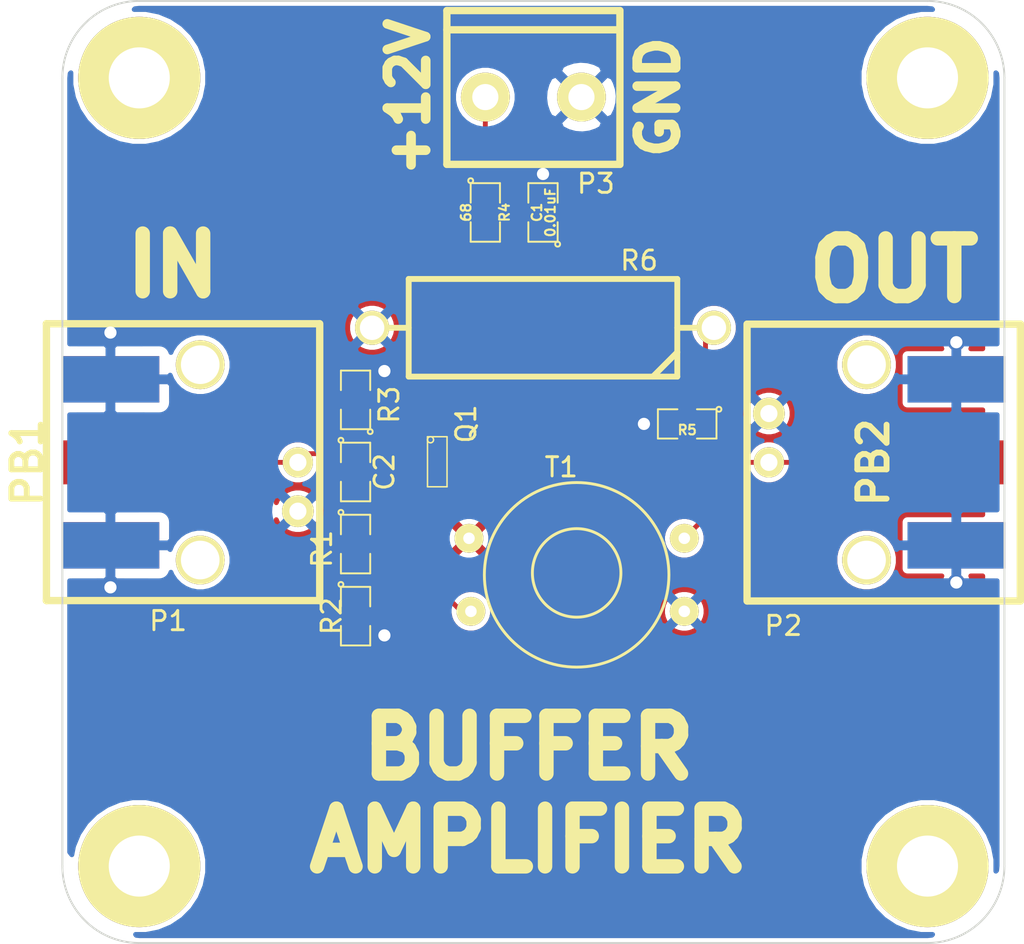
<source format=kicad_pcb>
(kicad_pcb (version 20171130) (host pcbnew "(5.1.10)-1")

  (general
    (thickness 1.6)
    (drawings 13)
    (tracks 44)
    (zones 0)
    (modules 19)
    (nets 9)
  )

  (page A3)
  (layers
    (0 F.Cu signal)
    (31 B.Cu signal)
    (32 B.Adhes user)
    (33 F.Adhes user)
    (34 B.Paste user)
    (35 F.Paste user)
    (36 B.SilkS user)
    (37 F.SilkS user)
    (38 B.Mask user)
    (39 F.Mask user)
    (40 Dwgs.User user)
    (41 Cmts.User user)
    (42 Eco1.User user)
    (43 Eco2.User user)
    (44 Edge.Cuts user)
  )

  (setup
    (last_trace_width 0.254)
    (trace_clearance 0.254)
    (zone_clearance 0.2032)
    (zone_45_only no)
    (trace_min 0.254)
    (via_size 0.889)
    (via_drill 0.635)
    (via_min_size 0.889)
    (via_min_drill 0.508)
    (uvia_size 0.508)
    (uvia_drill 0.127)
    (uvias_allowed no)
    (uvia_min_size 0.508)
    (uvia_min_drill 0.127)
    (edge_width 0.1)
    (segment_width 0.2)
    (pcb_text_width 0.3)
    (pcb_text_size 1.5 1.5)
    (mod_edge_width 0.15)
    (mod_text_size 1 1)
    (mod_text_width 0.15)
    (pad_size 1.5 1.5)
    (pad_drill 0.6)
    (pad_to_mask_clearance 0)
    (aux_axis_origin 0 0)
    (visible_elements 7FFFFFFF)
    (pcbplotparams
      (layerselection 0x00030_ffffffff)
      (usegerberextensions true)
      (usegerberattributes true)
      (usegerberadvancedattributes true)
      (creategerberjobfile true)
      (excludeedgelayer true)
      (linewidth 0.150000)
      (plotframeref false)
      (viasonmask false)
      (mode 1)
      (useauxorigin false)
      (hpglpennumber 1)
      (hpglpenspeed 20)
      (hpglpendiameter 15.000000)
      (psnegative false)
      (psa4output false)
      (plotreference true)
      (plotvalue true)
      (plotinvisibletext false)
      (padsonsilk false)
      (subtractmaskfromsilk false)
      (outputformat 1)
      (mirror false)
      (drillshape 1)
      (scaleselection 1)
      (outputdirectory ""))
  )

  (net 0 "")
  (net 1 /+12V)
  (net 2 /+BUF)
  (net 3 /GND)
  (net 4 /IN)
  (net 5 /OUT)
  (net 6 /VB)
  (net 7 /VC)
  (net 8 N-000001)

  (net_class Default "This is the default net class."
    (clearance 0.254)
    (trace_width 0.254)
    (via_dia 0.889)
    (via_drill 0.635)
    (uvia_dia 0.508)
    (uvia_drill 0.127)
    (add_net /+12V)
    (add_net /+BUF)
    (add_net /GND)
    (add_net /IN)
    (add_net /OUT)
    (add_net /VB)
    (add_net /VC)
    (add_net N-000001)
  )

  (module TB2-5MM (layer F.Cu) (tedit 51ADFD40) (tstamp 51ADF128)
    (at 22 5)
    (path /51AC8CBC)
    (fp_text reference P3 (at 5.75 4.5) (layer F.SilkS)
      (effects (font (size 1 1) (thickness 0.15)))
    )
    (fp_text value CONN_2 (at 2 5) (layer F.SilkS) hide
      (effects (font (size 1.524 1.524) (thickness 0.3048)))
    )
    (fp_line (start -2 -4.5) (end 7 -4.5) (layer F.SilkS) (width 0.381))
    (fp_line (start -2 -3.5) (end 7 -3.5) (layer F.SilkS) (width 0.381))
    (fp_line (start -2 3.5) (end 7 3.5) (layer F.SilkS) (width 0.381))
    (fp_line (start 7 -4.5) (end 7 3.5) (layer F.SilkS) (width 0.381))
    (fp_line (start -2 -4.5) (end -2 3.5) (layer F.SilkS) (width 0.381))
    (pad 1 thru_hole circle (at 0 0) (size 2.54 2.54) (drill 1.3589) (layers *.Cu *.Mask F.SilkS)
      (net 1 /+12V))
    (pad 2 thru_hole circle (at 5 0) (size 2.54 2.54) (drill 1.3589) (layers *.Cu *.Mask F.SilkS)
      (net 3 /GND))
  )

  (module SM0805 (layer F.Cu) (tedit 51ADEDE2) (tstamp 51ADF135)
    (at 22 11 270)
    (path /51AC8CE1)
    (attr smd)
    (fp_text reference R4 (at 0 -1 270) (layer F.SilkS)
      (effects (font (size 0.50038 0.50038) (thickness 0.10922)))
    )
    (fp_text value 68 (at 0 1 270) (layer F.SilkS)
      (effects (font (size 0.50038 0.50038) (thickness 0.10922)))
    )
    (fp_line (start 1.524 0.762) (end 0.508 0.762) (layer F.SilkS) (width 0.09906))
    (fp_line (start 1.524 -0.762) (end 1.524 0.762) (layer F.SilkS) (width 0.09906))
    (fp_line (start 0.508 -0.762) (end 1.524 -0.762) (layer F.SilkS) (width 0.09906))
    (fp_line (start -1.524 -0.762) (end -0.508 -0.762) (layer F.SilkS) (width 0.09906))
    (fp_line (start -1.524 0.762) (end -1.524 -0.762) (layer F.SilkS) (width 0.09906))
    (fp_line (start -0.508 0.762) (end -1.524 0.762) (layer F.SilkS) (width 0.09906))
    (fp_circle (center -1.651 0.762) (end -1.651 0.635) (layer F.SilkS) (width 0.09906))
    (pad 1 smd rect (at -0.9525 0 270) (size 0.889 1.397) (layers F.Cu F.Paste F.Mask)
      (net 1 /+12V))
    (pad 2 smd rect (at 0.9525 0 270) (size 0.889 1.397) (layers F.Cu F.Paste F.Mask)
      (net 2 /+BUF))
    (model smd/chip_cms.wrl
      (at (xyz 0 0 0))
      (scale (xyz 0.1 0.1 0.1))
      (rotate (xyz 0 0 0))
    )
  )

  (module SM0805 (layer F.Cu) (tedit 5091495C) (tstamp 51ADF142)
    (at 25 11 90)
    (path /51AC8CF0)
    (attr smd)
    (fp_text reference C1 (at 0 -0.3175 90) (layer F.SilkS)
      (effects (font (size 0.50038 0.50038) (thickness 0.10922)))
    )
    (fp_text value 0.01uF (at 0 0.381 90) (layer F.SilkS)
      (effects (font (size 0.50038 0.50038) (thickness 0.10922)))
    )
    (fp_line (start 1.524 0.762) (end 0.508 0.762) (layer F.SilkS) (width 0.09906))
    (fp_line (start 1.524 -0.762) (end 1.524 0.762) (layer F.SilkS) (width 0.09906))
    (fp_line (start 0.508 -0.762) (end 1.524 -0.762) (layer F.SilkS) (width 0.09906))
    (fp_line (start -1.524 -0.762) (end -0.508 -0.762) (layer F.SilkS) (width 0.09906))
    (fp_line (start -1.524 0.762) (end -1.524 -0.762) (layer F.SilkS) (width 0.09906))
    (fp_line (start -0.508 0.762) (end -1.524 0.762) (layer F.SilkS) (width 0.09906))
    (fp_circle (center -1.651 0.762) (end -1.651 0.635) (layer F.SilkS) (width 0.09906))
    (pad 1 smd rect (at -0.9525 0 90) (size 0.889 1.397) (layers F.Cu F.Paste F.Mask)
      (net 2 /+BUF))
    (pad 2 smd rect (at 0.9525 0 90) (size 0.889 1.397) (layers F.Cu F.Paste F.Mask)
      (net 3 /GND))
    (model smd/chip_cms.wrl
      (at (xyz 0 0 0))
      (scale (xyz 0.1 0.1 0.1))
      (rotate (xyz 0 0 0))
    )
  )

  (module SM0805 (layer F.Cu) (tedit 51ADF71F) (tstamp 51ADF14F)
    (at 15.25 28.25 270)
    (path /51AC8CFF)
    (attr smd)
    (fp_text reference R1 (at 0.25 1.75 270) (layer F.SilkS)
      (effects (font (size 1 1) (thickness 0.15)))
    )
    (fp_text value 22K (at 0 1 270) (layer F.SilkS) hide
      (effects (font (size 0.50038 0.50038) (thickness 0.10922)))
    )
    (fp_line (start 1.524 0.762) (end 0.508 0.762) (layer F.SilkS) (width 0.09906))
    (fp_line (start 1.524 -0.762) (end 1.524 0.762) (layer F.SilkS) (width 0.09906))
    (fp_line (start 0.508 -0.762) (end 1.524 -0.762) (layer F.SilkS) (width 0.09906))
    (fp_line (start -1.524 -0.762) (end -0.508 -0.762) (layer F.SilkS) (width 0.09906))
    (fp_line (start -1.524 0.762) (end -1.524 -0.762) (layer F.SilkS) (width 0.09906))
    (fp_line (start -0.508 0.762) (end -1.524 0.762) (layer F.SilkS) (width 0.09906))
    (fp_circle (center -1.651 0.762) (end -1.651 0.635) (layer F.SilkS) (width 0.09906))
    (pad 1 smd rect (at -0.9525 0 270) (size 0.889 1.397) (layers F.Cu F.Paste F.Mask)
      (net 2 /+BUF))
    (pad 2 smd rect (at 0.9525 0 270) (size 0.889 1.397) (layers F.Cu F.Paste F.Mask)
      (net 6 /VB))
    (model smd/chip_cms.wrl
      (at (xyz 0 0 0))
      (scale (xyz 0.1 0.1 0.1))
      (rotate (xyz 0 0 0))
    )
  )

  (module SM0805 (layer F.Cu) (tedit 51ADF71B) (tstamp 51ADF15C)
    (at 15.25 32 270)
    (path /51AC8D0E)
    (attr smd)
    (fp_text reference R2 (at 0 1.25 270) (layer F.SilkS)
      (effects (font (size 1 1) (thickness 0.15)))
    )
    (fp_text value R (at 0 0.381 270) (layer F.SilkS) hide
      (effects (font (size 0.50038 0.50038) (thickness 0.10922)))
    )
    (fp_line (start 1.524 0.762) (end 0.508 0.762) (layer F.SilkS) (width 0.09906))
    (fp_line (start 1.524 -0.762) (end 1.524 0.762) (layer F.SilkS) (width 0.09906))
    (fp_line (start 0.508 -0.762) (end 1.524 -0.762) (layer F.SilkS) (width 0.09906))
    (fp_line (start -1.524 -0.762) (end -0.508 -0.762) (layer F.SilkS) (width 0.09906))
    (fp_line (start -1.524 0.762) (end -1.524 -0.762) (layer F.SilkS) (width 0.09906))
    (fp_line (start -0.508 0.762) (end -1.524 0.762) (layer F.SilkS) (width 0.09906))
    (fp_circle (center -1.651 0.762) (end -1.651 0.635) (layer F.SilkS) (width 0.09906))
    (pad 1 smd rect (at -0.9525 0 270) (size 0.889 1.397) (layers F.Cu F.Paste F.Mask)
      (net 6 /VB))
    (pad 2 smd rect (at 0.9525 0 270) (size 0.889 1.397) (layers F.Cu F.Paste F.Mask)
      (net 3 /GND))
    (model smd/chip_cms.wrl
      (at (xyz 0 0 0))
      (scale (xyz 0.1 0.1 0.1))
      (rotate (xyz 0 0 0))
    )
  )

  (module SM0805 (layer F.Cu) (tedit 51ADF723) (tstamp 51ADF169)
    (at 15.25 20.75 90)
    (path /51AC8D2C)
    (attr smd)
    (fp_text reference R3 (at -0.25 1.75 90) (layer F.SilkS)
      (effects (font (size 1 1) (thickness 0.15)))
    )
    (fp_text value 180 (at 0 0.381 90) (layer F.SilkS) hide
      (effects (font (size 0.50038 0.50038) (thickness 0.10922)))
    )
    (fp_line (start 1.524 0.762) (end 0.508 0.762) (layer F.SilkS) (width 0.09906))
    (fp_line (start 1.524 -0.762) (end 1.524 0.762) (layer F.SilkS) (width 0.09906))
    (fp_line (start 0.508 -0.762) (end 1.524 -0.762) (layer F.SilkS) (width 0.09906))
    (fp_line (start -1.524 -0.762) (end -0.508 -0.762) (layer F.SilkS) (width 0.09906))
    (fp_line (start -1.524 0.762) (end -1.524 -0.762) (layer F.SilkS) (width 0.09906))
    (fp_line (start -0.508 0.762) (end -1.524 0.762) (layer F.SilkS) (width 0.09906))
    (fp_circle (center -1.651 0.762) (end -1.651 0.635) (layer F.SilkS) (width 0.09906))
    (pad 1 smd rect (at -0.9525 0 90) (size 0.889 1.397) (layers F.Cu F.Paste F.Mask)
      (net 8 N-000001))
    (pad 2 smd rect (at 0.9525 0 90) (size 0.889 1.397) (layers F.Cu F.Paste F.Mask)
      (net 3 /GND))
    (model smd/chip_cms.wrl
      (at (xyz 0 0 0))
      (scale (xyz 0.1 0.1 0.1))
      (rotate (xyz 0 0 0))
    )
  )

  (module SM0805 (layer F.Cu) (tedit 51ADF719) (tstamp 51ADF176)
    (at 15.25 24.5 270)
    (path /51AC8D77)
    (attr smd)
    (fp_text reference C2 (at 0 -1.5 270) (layer F.SilkS)
      (effects (font (size 1 1) (thickness 0.15)))
    )
    (fp_text value C (at 0 0.381 270) (layer F.SilkS) hide
      (effects (font (size 0.50038 0.50038) (thickness 0.10922)))
    )
    (fp_line (start 1.524 0.762) (end 0.508 0.762) (layer F.SilkS) (width 0.09906))
    (fp_line (start 1.524 -0.762) (end 1.524 0.762) (layer F.SilkS) (width 0.09906))
    (fp_line (start 0.508 -0.762) (end 1.524 -0.762) (layer F.SilkS) (width 0.09906))
    (fp_line (start -1.524 -0.762) (end -0.508 -0.762) (layer F.SilkS) (width 0.09906))
    (fp_line (start -1.524 0.762) (end -1.524 -0.762) (layer F.SilkS) (width 0.09906))
    (fp_line (start -0.508 0.762) (end -1.524 0.762) (layer F.SilkS) (width 0.09906))
    (fp_circle (center -1.651 0.762) (end -1.651 0.635) (layer F.SilkS) (width 0.09906))
    (pad 1 smd rect (at -0.9525 0 270) (size 0.889 1.397) (layers F.Cu F.Paste F.Mask)
      (net 4 /IN))
    (pad 2 smd rect (at 0.9525 0 270) (size 0.889 1.397) (layers F.Cu F.Paste F.Mask)
      (net 6 /VB))
    (model smd/chip_cms.wrl
      (at (xyz 0 0 0))
      (scale (xyz 0.1 0.1 0.1))
      (rotate (xyz 0 0 0))
    )
  )

  (module SM0805 (layer F.Cu) (tedit 51ADF55A) (tstamp 51ADF183)
    (at 32.5 22 180)
    (path /51AC8F1C)
    (attr smd)
    (fp_text reference R5 (at 0 -0.3175 180) (layer F.SilkS)
      (effects (font (size 0.50038 0.50038) (thickness 0.10922)))
    )
    (fp_text value DNP (at 0 0.381 180) (layer F.SilkS) hide
      (effects (font (size 0.50038 0.50038) (thickness 0.10922)))
    )
    (fp_line (start 1.524 0.762) (end 0.508 0.762) (layer F.SilkS) (width 0.09906))
    (fp_line (start 1.524 -0.762) (end 1.524 0.762) (layer F.SilkS) (width 0.09906))
    (fp_line (start 0.508 -0.762) (end 1.524 -0.762) (layer F.SilkS) (width 0.09906))
    (fp_line (start -1.524 -0.762) (end -0.508 -0.762) (layer F.SilkS) (width 0.09906))
    (fp_line (start -1.524 0.762) (end -1.524 -0.762) (layer F.SilkS) (width 0.09906))
    (fp_line (start -0.508 0.762) (end -1.524 0.762) (layer F.SilkS) (width 0.09906))
    (fp_circle (center -1.651 0.762) (end -1.651 0.635) (layer F.SilkS) (width 0.09906))
    (pad 1 smd rect (at -0.9525 0 180) (size 0.889 1.397) (layers F.Cu F.Paste F.Mask)
      (net 5 /OUT))
    (pad 2 smd rect (at 0.9525 0 180) (size 0.889 1.397) (layers F.Cu F.Paste F.Mask)
      (net 3 /GND))
    (model smd/chip_cms.wrl
      (at (xyz 0 0 0))
      (scale (xyz 0.1 0.1 0.1))
      (rotate (xyz 0 0 0))
    )
  )

  (module BNC-RT (layer F.Cu) (tedit 51ADFF7F) (tstamp 51ADF18F)
    (at 12.25 24 90)
    (path /51AC8CD2)
    (fp_text reference P1 (at -8.25 -6.75 180) (layer F.SilkS)
      (effects (font (size 1 1) (thickness 0.15)))
    )
    (fp_text value BNC (at -0.14986 6.2992 90) (layer F.SilkS) hide
      (effects (font (size 1.524 1.524) (thickness 0.3048)))
    )
    (fp_line (start -7.1882 1.13538) (end 7.21106 1.13538) (layer F.SilkS) (width 0.381))
    (fp_line (start 7.21106 -13.08354) (end 7.21106 1.1176) (layer F.SilkS) (width 0.381))
    (fp_line (start -7.19328 -13.07846) (end 7.20598 -13.07846) (layer F.SilkS) (width 0.381))
    (fp_line (start -7.1882 1.1176) (end -7.1882 -13.08354) (layer F.SilkS) (width 0.381))
    (pad 1 thru_hole circle (at 0 0 90) (size 1.5748 1.5748) (drill 0.889) (layers *.Cu *.Mask F.SilkS)
      (net 4 /IN))
    (pad 2 thru_hole circle (at -2.54 0 90) (size 1.651 1.651) (drill 0.889) (layers *.Cu *.Mask F.SilkS)
      (net 3 /GND))
    (pad "" thru_hole circle (at -5.08 -5.08 90) (size 2.54 2.54) (drill 2.00914) (layers *.Cu *.Mask F.SilkS))
    (pad "" thru_hole circle (at 5.08 -5.08 90) (size 2.54 2.54) (drill 2.00914) (layers *.Cu *.Mask F.SilkS))
  )

  (module BNC-RT (layer F.Cu) (tedit 51ADFD39) (tstamp 51ADF19B)
    (at 36.75 24 270)
    (path /51AC8D54)
    (fp_text reference P2 (at 8.5 -0.75) (layer F.SilkS)
      (effects (font (size 1 1) (thickness 0.15)))
    )
    (fp_text value BNC (at -0.14986 6.2992 270) (layer F.SilkS) hide
      (effects (font (size 1.524 1.524) (thickness 0.3048)))
    )
    (fp_line (start -7.1882 1.13538) (end 7.21106 1.13538) (layer F.SilkS) (width 0.381))
    (fp_line (start 7.21106 -13.08354) (end 7.21106 1.1176) (layer F.SilkS) (width 0.381))
    (fp_line (start -7.19328 -13.07846) (end 7.20598 -13.07846) (layer F.SilkS) (width 0.381))
    (fp_line (start -7.1882 1.1176) (end -7.1882 -13.08354) (layer F.SilkS) (width 0.381))
    (pad 1 thru_hole circle (at 0 0 270) (size 1.5748 1.5748) (drill 0.889) (layers *.Cu *.Mask F.SilkS)
      (net 5 /OUT))
    (pad 2 thru_hole circle (at -2.54 0 270) (size 1.651 1.651) (drill 0.889) (layers *.Cu *.Mask F.SilkS)
      (net 3 /GND))
    (pad "" thru_hole circle (at -5.08 -5.08 270) (size 2.54 2.54) (drill 2.00914) (layers *.Cu *.Mask F.SilkS))
    (pad "" thru_hole circle (at 5.08 -5.08 270) (size 2.54 2.54) (drill 2.00914) (layers *.Cu *.Mask F.SilkS))
  )

  (module SOT23 (layer F.Cu) (tedit 51ADF721) (tstamp 51ADF802)
    (at 19.5 24 270)
    (tags SOT23)
    (path /51AC8D1D)
    (fp_text reference Q1 (at -2 -1.5 270) (layer F.SilkS)
      (effects (font (size 1 1) (thickness 0.15)))
    )
    (fp_text value 2N3904 (at 0.0635 0 270) (layer F.SilkS) hide
      (effects (font (size 0.50038 0.50038) (thickness 0.09906)))
    )
    (fp_line (start -1.3335 -0.508) (end 1.27 -0.508) (layer F.SilkS) (width 0.07874))
    (fp_line (start 1.27 0.508) (end -1.3335 0.508) (layer F.SilkS) (width 0.07874))
    (fp_line (start -1.3335 -0.508) (end -1.3335 0.508) (layer F.SilkS) (width 0.07874))
    (fp_line (start 1.27 -0.508) (end 1.27 0.508) (layer F.SilkS) (width 0.07874))
    (fp_circle (center -1.17602 0.35052) (end -1.30048 0.44958) (layer F.SilkS) (width 0.07874))
    (pad 3 smd rect (at 0 -1.09982 270) (size 0.8001 1.00076) (layers F.Cu F.Paste F.Mask)
      (net 7 /VC))
    (pad 2 smd rect (at 0.9525 1.09982 270) (size 0.8001 1.00076) (layers F.Cu F.Paste F.Mask)
      (net 6 /VB))
    (pad 1 smd rect (at -0.9525 1.09982 270) (size 0.8001 1.00076) (layers F.Cu F.Paste F.Mask)
      (net 8 N-000001))
    (model smd\SOT23_3.wrl
      (at (xyz 0 0 0))
      (scale (xyz 0.4 0.4 0.4))
      (rotate (xyz 0 0 180))
    )
  )

  (module MTG-4-40 (layer F.Cu) (tedit 50F036E3) (tstamp 51ADF813)
    (at 4 4)
    (path /51ADF1DC)
    (fp_text reference MTG1 (at -6.858 -0.635) (layer F.SilkS) hide
      (effects (font (size 1.524 1.524) (thickness 0.3048)))
    )
    (fp_text value CONN_1 (at 0 -5.08) (layer F.SilkS) hide
      (effects (font (size 1.524 1.524) (thickness 0.3048)))
    )
    (pad 1 thru_hole circle (at 0 0) (size 6.35 6.35) (drill 3.175) (layers *.Cu *.Mask F.SilkS))
  )

  (module MTG-4-40 (layer F.Cu) (tedit 50F036E3) (tstamp 51ADF818)
    (at 45 4)
    (path /51ADF21A)
    (fp_text reference MTG2 (at -6.858 -0.635) (layer F.SilkS) hide
      (effects (font (size 1.524 1.524) (thickness 0.3048)))
    )
    (fp_text value CONN_1 (at 0 -5.08) (layer F.SilkS) hide
      (effects (font (size 1.524 1.524) (thickness 0.3048)))
    )
    (pad 1 thru_hole circle (at 0 0) (size 6.35 6.35) (drill 3.175) (layers *.Cu *.Mask F.SilkS))
  )

  (module MTG-4-40 (layer F.Cu) (tedit 50F036E3) (tstamp 51ADF81D)
    (at 4 45)
    (path /51ADF221)
    (fp_text reference MTG3 (at -6.858 -0.635) (layer F.SilkS) hide
      (effects (font (size 1.524 1.524) (thickness 0.3048)))
    )
    (fp_text value CONN_1 (at 0 -5.08) (layer F.SilkS) hide
      (effects (font (size 1.524 1.524) (thickness 0.3048)))
    )
    (pad 1 thru_hole circle (at 0 0) (size 6.35 6.35) (drill 3.175) (layers *.Cu *.Mask F.SilkS))
  )

  (module MTG-4-40 (layer F.Cu) (tedit 50F036E3) (tstamp 51ADF822)
    (at 45 45)
    (path /51ADF228)
    (fp_text reference MTG4 (at -6.858 -0.635) (layer F.SilkS) hide
      (effects (font (size 1.524 1.524) (thickness 0.3048)))
    )
    (fp_text value CONN_1 (at 0 -5.08) (layer F.SilkS) hide
      (effects (font (size 1.524 1.524) (thickness 0.3048)))
    )
    (pad 1 thru_hole circle (at 0 0) (size 6.35 6.35) (drill 3.175) (layers *.Cu *.Mask F.SilkS))
  )

  (module TRANS-37-43 (layer F.Cu) (tedit 51ADF5C8) (tstamp 51ADF9F8)
    (at 26.75 29.75)
    (path /51AC8D45)
    (fp_text reference T1 (at -0.8 -5.5) (layer F.SilkS)
      (effects (font (size 1 1) (thickness 0.15)))
    )
    (fp_text value TRANSFO (at 0.1 6.1) (layer F.SilkS) hide
      (effects (font (size 1 1) (thickness 0.15)))
    )
    (fp_circle (center 0 0) (end 2.3 0.1) (layer F.SilkS) (width 0.15))
    (fp_circle (center 0 0.1) (end 4.8 0.1) (layer F.SilkS) (width 0.15))
    (pad 1 thru_hole circle (at -5.6 -1.8) (size 1.5 1.5) (drill 0.6) (layers *.Cu *.Mask F.SilkS)
      (net 2 /+BUF))
    (pad 2 thru_hole circle (at -5.5 2) (size 1.5 1.5) (drill 0.6) (layers *.Cu *.Mask F.SilkS)
      (net 7 /VC))
    (pad 3 thru_hole circle (at 5.6 2) (size 1.5 1.5) (drill 0.6) (layers *.Cu *.Mask F.SilkS)
      (net 3 /GND))
    (pad 4 thru_hole circle (at 5.6 -1.8) (size 1.5 1.5) (drill 0.6) (layers *.Cu *.Mask F.SilkS)
      (net 5 /OUT))
  )

  (module R7 (layer F.Cu) (tedit 51ADFA07) (tstamp 51AE03EE)
    (at 25 17 180)
    (descr "Resitance 7 pas")
    (tags R)
    (path /51ADF8BA)
    (autoplace_cost180 10)
    (fp_text reference R6 (at -5 3.5 180) (layer F.SilkS)
      (effects (font (size 1 1) (thickness 0.15)))
    )
    (fp_text value DNP (at -2.286 -1.27 180) (layer F.SilkS) hide
      (effects (font (size 1.397 1.27) (thickness 0.2032)))
    )
    (fp_line (start -8.89 0) (end -6.985 0) (layer F.SilkS) (width 0.3048))
    (fp_line (start -6.985 -2.54) (end -6.985 2.54) (layer F.SilkS) (width 0.3048))
    (fp_line (start 6.985 -2.54) (end 6.985 2.54) (layer F.SilkS) (width 0.3048))
    (fp_line (start -6.985 -1.27) (end -5.715 -2.54) (layer F.SilkS) (width 0.3048))
    (fp_line (start -6.985 -2.54) (end 6.985 -2.54) (layer F.SilkS) (width 0.3048))
    (fp_line (start 6.985 2.54) (end -6.985 2.54) (layer F.SilkS) (width 0.3048))
    (fp_line (start 8.89 0) (end 8.89 0) (layer F.SilkS) (width 0.3048))
    (fp_line (start 6.985 0) (end 8.89 0) (layer F.SilkS) (width 0.3048))
    (fp_line (start -8.89 0) (end -8.89 0) (layer F.SilkS) (width 0.3048))
    (fp_line (start -8.89 0) (end -8.89 0) (layer F.SilkS) (width 0.3048))
    (pad 1 thru_hole circle (at -8.89 0 180) (size 1.778 1.778) (drill 1.27) (layers *.Cu *.Mask F.SilkS)
      (net 5 /OUT))
    (pad 2 thru_hole circle (at 8.89 0 180) (size 1.778 1.778) (drill 1.27) (layers *.Cu *.Mask F.SilkS)
      (net 3 /GND))
    (model discret/resistor.wrl
      (at (xyz 0 0 0))
      (scale (xyz 0.7 0.7 0.7))
      (rotate (xyz 0 0 0))
    )
  )

  (module SMA_EDGE (layer F.Cu) (tedit 516DB352) (tstamp 51AE1044)
    (at 2.5 24)
    (path /51ADFE1D)
    (fp_text reference PB1 (at -4.318 0 90) (layer F.SilkS)
      (effects (font (size 1.524 1.524) (thickness 0.3048)))
    )
    (fp_text value CONN_2 (at 4.826 0.254 90) (layer F.SilkS) hide
      (effects (font (size 1.524 1.524) (thickness 0.3048)))
    )
    (pad 1 smd rect (at 0 0) (size 5.08 2.286) (layers F.Cu F.Paste F.Mask)
      (net 4 /IN))
    (pad 2 smd rect (at 0 -4.318) (size 5.08 2.413) (layers F.Cu F.Paste F.Mask)
      (net 3 /GND))
    (pad 2 smd rect (at 0 4.318) (size 5.08 2.413) (layers F.Cu F.Paste F.Mask)
      (net 3 /GND))
    (pad 2 smd rect (at 0 -4.318) (size 5.08 2.413) (layers B.Cu B.Paste B.Mask)
      (net 3 /GND))
    (pad 2 smd rect (at 0 4.318) (size 5.08 2.413) (layers B.Cu B.Paste B.Mask)
      (net 3 /GND))
  )

  (module SMA_EDGE (layer F.Cu) (tedit 516DB352) (tstamp 51AE104D)
    (at 46.5 24)
    (path /51ADFE2C)
    (fp_text reference PB2 (at -4.318 0 90) (layer F.SilkS)
      (effects (font (size 1.524 1.524) (thickness 0.3048)))
    )
    (fp_text value CONN_2 (at 4.826 0.254 90) (layer F.SilkS) hide
      (effects (font (size 1.524 1.524) (thickness 0.3048)))
    )
    (pad 1 smd rect (at 0 0) (size 5.08 2.286) (layers F.Cu F.Paste F.Mask)
      (net 5 /OUT))
    (pad 2 smd rect (at 0 -4.318) (size 5.08 2.413) (layers F.Cu F.Paste F.Mask)
      (net 3 /GND))
    (pad 2 smd rect (at 0 4.318) (size 5.08 2.413) (layers F.Cu F.Paste F.Mask)
      (net 3 /GND))
    (pad 2 smd rect (at 0 -4.318) (size 5.08 2.413) (layers B.Cu B.Paste B.Mask)
      (net 3 /GND))
    (pad 2 smd rect (at 0 4.318) (size 5.08 2.413) (layers B.Cu B.Paste B.Mask)
      (net 3 /GND))
  )

  (gr_text GND (at 31 5 90) (layer F.SilkS)
    (effects (font (size 2 2) (thickness 0.5)))
  )
  (gr_text +12V (at 18 5 90) (layer F.SilkS)
    (effects (font (size 2 2) (thickness 0.5)))
  )
  (gr_line (start 0 45) (end 0 4) (angle 90) (layer Edge.Cuts) (width 0.1))
  (gr_line (start 45 49) (end 4 49) (angle 90) (layer Edge.Cuts) (width 0.1))
  (gr_line (start 49 4) (end 49 45) (angle 90) (layer Edge.Cuts) (width 0.1))
  (gr_line (start 4 0) (end 45 0) (angle 90) (layer Edge.Cuts) (width 0.1))
  (gr_arc (start 4 45) (end 4 49) (angle 90) (layer Edge.Cuts) (width 0.1))
  (gr_arc (start 45 45) (end 49 45) (angle 90) (layer Edge.Cuts) (width 0.1))
  (gr_arc (start 45 4) (end 45 0) (angle 90) (layer Edge.Cuts) (width 0.1))
  (gr_arc (start 4 4) (end 0 4) (angle 90) (layer Edge.Cuts) (width 0.1))
  (gr_text "BUFFER\nAMPLIFIER" (at 24.25 41.25) (layer F.SilkS)
    (effects (font (size 3 3) (thickness 0.75)))
  )
  (gr_text OUT (at 43.25 14) (layer F.SilkS)
    (effects (font (size 3 3) (thickness 0.75)))
  )
  (gr_text IN (at 5.75 13.75) (layer F.SilkS)
    (effects (font (size 3 3) (thickness 0.75)))
  )

  (segment (start 22 10.0475) (end 22 5) (width 0.254) (layer F.Cu) (net 1) (status 30))
  (segment (start 15.25 19.7975) (end 16.2025 19.7975) (width 0.254) (layer F.Cu) (net 3))
  (via (at 16.75 19.25) (size 0.889) (layers F.Cu B.Cu) (net 3))
  (segment (start 16.2025 19.7975) (end 16.75 19.25) (width 0.254) (layer F.Cu) (net 3) (tstamp 51AE1240))
  (segment (start 31.5475 22) (end 30.25 22) (width 0.254) (layer F.Cu) (net 3))
  (via (at 30.25 22) (size 0.889) (layers F.Cu B.Cu) (net 3))
  (segment (start 15.25 32.9525) (end 16.7025 32.9525) (width 0.254) (layer F.Cu) (net 3))
  (via (at 16.75 33) (size 0.889) (layers F.Cu B.Cu) (net 3))
  (segment (start 16.7025 32.9525) (end 16.75 33) (width 0.254) (layer F.Cu) (net 3) (tstamp 51AE1216))
  (segment (start 46.5 28.318) (end 46.5 30.25) (width 0.254) (layer F.Cu) (net 3) (status 400010))
  (via (at 46.5 30.25) (size 0.889) (layers F.Cu B.Cu) (net 3))
  (segment (start 46.5 19.682) (end 46.5 17.75) (width 0.254) (layer F.Cu) (net 3) (status 400010))
  (via (at 46.5 17.75) (size 0.889) (layers F.Cu B.Cu) (net 3))
  (segment (start 2.5 28.318) (end 2.5 30.5) (width 0.254) (layer F.Cu) (net 3) (status 10))
  (via (at 2.5 30.5) (size 0.889) (layers F.Cu B.Cu) (net 3))
  (segment (start 2.5 19.682) (end 2.5 17.25) (width 0.254) (layer F.Cu) (net 3) (status 10))
  (via (at 2.5 17.25) (size 0.889) (layers F.Cu B.Cu) (net 3))
  (segment (start 25 10.0475) (end 25 9) (width 0.254) (layer F.Cu) (net 3) (status 10))
  (via (at 25 9) (size 0.889) (layers F.Cu B.Cu) (net 3))
  (segment (start 2.5 24) (end 12.25 24) (width 0.254) (layer F.Cu) (net 4))
  (segment (start 15.25 23.5475) (end 12.7025 23.5475) (width 0.254) (layer F.Cu) (net 4))
  (segment (start 12.7025 23.5475) (end 12.25 24) (width 0.254) (layer F.Cu) (net 4) (tstamp 51AE1224))
  (segment (start 33.4525 22) (end 33.4525 17.4375) (width 0.254) (layer F.Cu) (net 5))
  (segment (start 33.4525 17.4375) (end 33.89 17) (width 0.254) (layer F.Cu) (net 5) (tstamp 51AE698D))
  (segment (start 33.4525 22) (end 33.4525 22.4525) (width 0.254) (layer F.Cu) (net 5))
  (segment (start 35 24) (end 36.75 24) (width 0.254) (layer F.Cu) (net 5) (tstamp 51AE6987))
  (segment (start 33.4525 22.4525) (end 35 24) (width 0.254) (layer F.Cu) (net 5) (tstamp 51AE6986))
  (segment (start 36.75 24) (end 46.5 24) (width 0.254) (layer F.Cu) (net 5) (status 20))
  (segment (start 33.4525 22) (end 33.4525 26.8475) (width 0.254) (layer F.Cu) (net 5))
  (segment (start 33.4525 26.8475) (end 32.35 27.95) (width 0.254) (layer F.Cu) (net 5) (tstamp 51AE124B))
  (segment (start 15.25 29.2025) (end 17.0475 29.2025) (width 0.254) (layer F.Cu) (net 6))
  (segment (start 17.75 28.5) (end 17.75 25.4525) (width 0.254) (layer F.Cu) (net 6) (tstamp 51AE121F))
  (segment (start 17.0475 29.2025) (end 17.75 28.5) (width 0.254) (layer F.Cu) (net 6) (tstamp 51AE121E))
  (segment (start 15.25 25.4525) (end 17.75 25.4525) (width 0.254) (layer F.Cu) (net 6))
  (segment (start 17.75 25.4525) (end 17.90018 25.4525) (width 0.254) (layer F.Cu) (net 6) (tstamp 51AE1221))
  (segment (start 17.90018 25.4525) (end 18.40018 24.9525) (width 0.254) (layer F.Cu) (net 6) (tstamp 51AE121C))
  (segment (start 15.25 31.0475) (end 15.25 29.2025) (width 0.254) (layer F.Cu) (net 6))
  (segment (start 21.25 31.75) (end 20.75 31.75) (width 0.254) (layer F.Cu) (net 7))
  (segment (start 20.59982 25.65018) (end 20.59982 24) (width 0.254) (layer F.Cu) (net 7) (tstamp 51AE1238))
  (segment (start 19 27.25) (end 20.59982 25.65018) (width 0.254) (layer F.Cu) (net 7) (tstamp 51AE1236))
  (segment (start 19 30) (end 19 27.25) (width 0.254) (layer F.Cu) (net 7) (tstamp 51AE1234))
  (segment (start 20.75 31.75) (end 19 30) (width 0.254) (layer F.Cu) (net 7) (tstamp 51AE1233))
  (segment (start 15.25 21.7025) (end 17.05518 21.7025) (width 0.254) (layer F.Cu) (net 8))
  (segment (start 17.05518 21.7025) (end 18.40018 23.0475) (width 0.254) (layer F.Cu) (net 8) (tstamp 51AE123C))

  (zone (net 2) (net_name /+BUF) (layer F.Cu) (tstamp 51ADFB20) (hatch edge 0.508)
    (connect_pads (clearance 0.2032))
    (min_thickness 0.254)
    (fill yes (arc_segments 16) (thermal_gap 0.508) (thermal_bridge_width 0.508))
    (polygon
      (pts
        (xy 48 41) (xy 11 41) (xy 11 11) (xy 48 11)
      )
    )
    (filled_polygon
      (pts
        (xy 20.770963 11.153506) (xy 20.711998 11.26382) (xy 20.675688 11.383518) (xy 20.663428 11.508) (xy 20.6665 11.66675)
        (xy 20.82525 11.8255) (xy 21.873 11.8255) (xy 21.873 11.8055) (xy 22.127 11.8055) (xy 22.127 11.8255)
        (xy 23.17475 11.8255) (xy 23.3335 11.66675) (xy 23.336572 11.508) (xy 23.324312 11.383518) (xy 23.288002 11.26382)
        (xy 23.229037 11.153506) (xy 23.207284 11.127) (xy 23.792716 11.127) (xy 23.770963 11.153506) (xy 23.711998 11.26382)
        (xy 23.675688 11.383518) (xy 23.663428 11.508) (xy 23.6665 11.66675) (xy 23.82525 11.8255) (xy 24.873 11.8255)
        (xy 24.873 11.8055) (xy 25.127 11.8055) (xy 25.127 11.8255) (xy 26.17475 11.8255) (xy 26.3335 11.66675)
        (xy 26.336572 11.508) (xy 26.324312 11.383518) (xy 26.288002 11.26382) (xy 26.229037 11.153506) (xy 26.207284 11.127)
        (xy 47.873 11.127) (xy 47.873 18.092657) (xy 47.251581 18.092657) (xy 47.293776 17.990789) (xy 47.3255 17.831305)
        (xy 47.3255 17.668695) (xy 47.293776 17.509211) (xy 47.231548 17.358979) (xy 47.141208 17.223775) (xy 47.026225 17.108792)
        (xy 46.891021 17.018452) (xy 46.740789 16.956224) (xy 46.581305 16.9245) (xy 46.418695 16.9245) (xy 46.259211 16.956224)
        (xy 46.108979 17.018452) (xy 45.973775 17.108792) (xy 45.858792 17.223775) (xy 45.768452 17.358979) (xy 45.706224 17.509211)
        (xy 45.6745 17.668695) (xy 45.6745 17.831305) (xy 45.706224 17.990789) (xy 45.748419 18.092657) (xy 43.96 18.092657)
        (xy 43.885311 18.100013) (xy 43.813492 18.121799) (xy 43.747304 18.157178) (xy 43.689289 18.204789) (xy 43.641678 18.262804)
        (xy 43.606299 18.328992) (xy 43.584513 18.400811) (xy 43.577157 18.4755) (xy 43.577157 20.8885) (xy 43.584513 20.963189)
        (xy 43.606299 21.035008) (xy 43.641678 21.101196) (xy 43.689289 21.159211) (xy 43.747304 21.206822) (xy 43.813492 21.242201)
        (xy 43.885311 21.263987) (xy 43.96 21.271343) (xy 47.873 21.271343) (xy 47.873 22.474157) (xy 43.96 22.474157)
        (xy 43.885311 22.481513) (xy 43.813492 22.503299) (xy 43.747304 22.538678) (xy 43.689289 22.586289) (xy 43.641678 22.644304)
        (xy 43.606299 22.710492) (xy 43.584513 22.782311) (xy 43.577157 22.857) (xy 43.577157 23.492) (xy 37.804246 23.492)
        (xy 37.785422 23.446555) (xy 37.657555 23.255189) (xy 37.494811 23.092445) (xy 37.303445 22.964578) (xy 37.09081 22.876501)
        (xy 36.865077 22.8316) (xy 36.634923 22.8316) (xy 36.40919 22.876501) (xy 36.196555 22.964578) (xy 36.005189 23.092445)
        (xy 35.842445 23.255189) (xy 35.714578 23.446555) (xy 35.695754 23.492) (xy 35.210421 23.492) (xy 34.279843 22.561423)
        (xy 34.279843 21.34117) (xy 35.5435 21.34117) (xy 35.5435 21.57883) (xy 35.589865 21.811923) (xy 35.680813 22.031492)
        (xy 35.81285 22.229099) (xy 35.980901 22.39715) (xy 36.178508 22.529187) (xy 36.398077 22.620135) (xy 36.63117 22.6665)
        (xy 36.86883 22.6665) (xy 37.101923 22.620135) (xy 37.321492 22.529187) (xy 37.519099 22.39715) (xy 37.68715 22.229099)
        (xy 37.819187 22.031492) (xy 37.910135 21.811923) (xy 37.9565 21.57883) (xy 37.9565 21.34117) (xy 37.910135 21.108077)
        (xy 37.819187 20.888508) (xy 37.68715 20.690901) (xy 37.519099 20.52285) (xy 37.321492 20.390813) (xy 37.101923 20.299865)
        (xy 36.86883 20.2535) (xy 36.63117 20.2535) (xy 36.398077 20.299865) (xy 36.178508 20.390813) (xy 35.980901 20.52285)
        (xy 35.81285 20.690901) (xy 35.680813 20.888508) (xy 35.589865 21.108077) (xy 35.5435 21.34117) (xy 34.279843 21.34117)
        (xy 34.279843 21.3015) (xy 34.272487 21.226811) (xy 34.250701 21.154992) (xy 34.215322 21.088804) (xy 34.167711 21.030789)
        (xy 34.109696 20.983178) (xy 34.043508 20.947799) (xy 33.971689 20.926013) (xy 33.9605 20.924911) (xy 33.9605 18.757391)
        (xy 40.179 18.757391) (xy 40.179 19.082609) (xy 40.242447 19.401579) (xy 40.366903 19.702042) (xy 40.547585 19.972451)
        (xy 40.777549 20.202415) (xy 41.047958 20.383097) (xy 41.348421 20.507553) (xy 41.667391 20.571) (xy 41.992609 20.571)
        (xy 42.311579 20.507553) (xy 42.612042 20.383097) (xy 42.882451 20.202415) (xy 43.112415 19.972451) (xy 43.293097 19.702042)
        (xy 43.417553 19.401579) (xy 43.481 19.082609) (xy 43.481 18.757391) (xy 43.417553 18.438421) (xy 43.293097 18.137958)
        (xy 43.112415 17.867549) (xy 42.882451 17.637585) (xy 42.612042 17.456903) (xy 42.311579 17.332447) (xy 41.992609 17.269)
        (xy 41.667391 17.269) (xy 41.348421 17.332447) (xy 41.047958 17.456903) (xy 40.777549 17.637585) (xy 40.547585 17.867549)
        (xy 40.366903 18.137958) (xy 40.242447 18.438421) (xy 40.179 18.757391) (xy 33.9605 18.757391) (xy 33.9605 18.27)
        (xy 34.015084 18.27) (xy 34.260445 18.221195) (xy 34.491571 18.125459) (xy 34.699578 17.986473) (xy 34.876473 17.809578)
        (xy 35.015459 17.601571) (xy 35.111195 17.370445) (xy 35.16 17.125084) (xy 35.16 16.874916) (xy 35.111195 16.629555)
        (xy 35.015459 16.398429) (xy 34.876473 16.190422) (xy 34.699578 16.013527) (xy 34.491571 15.874541) (xy 34.260445 15.778805)
        (xy 34.015084 15.73) (xy 33.764916 15.73) (xy 33.519555 15.778805) (xy 33.288429 15.874541) (xy 33.080422 16.013527)
        (xy 32.903527 16.190422) (xy 32.764541 16.398429) (xy 32.668805 16.629555) (xy 32.62 16.874916) (xy 32.62 17.125084)
        (xy 32.668805 17.370445) (xy 32.764541 17.601571) (xy 32.903527 17.809578) (xy 32.944501 17.850552) (xy 32.9445 20.924911)
        (xy 32.933311 20.926013) (xy 32.861492 20.947799) (xy 32.795304 20.983178) (xy 32.737289 21.030789) (xy 32.689678 21.088804)
        (xy 32.654299 21.154992) (xy 32.632513 21.226811) (xy 32.625157 21.3015) (xy 32.625157 22.6985) (xy 32.632513 22.773189)
        (xy 32.654299 22.845008) (xy 32.689678 22.911196) (xy 32.737289 22.969211) (xy 32.795304 23.016822) (xy 32.861492 23.052201)
        (xy 32.933311 23.073987) (xy 32.9445 23.075089) (xy 32.944501 26.637078) (xy 32.707629 26.87395) (xy 32.6799 26.862464)
        (xy 32.461394 26.819) (xy 32.238606 26.819) (xy 32.0201 26.862464) (xy 31.814271 26.947721) (xy 31.62903 27.071495)
        (xy 31.471495 27.22903) (xy 31.347721 27.414271) (xy 31.262464 27.6201) (xy 31.219 27.838606) (xy 31.219 28.061394)
        (xy 31.262464 28.2799) (xy 31.347721 28.485729) (xy 31.471495 28.67097) (xy 31.62903 28.828505) (xy 31.814271 28.952279)
        (xy 32.0201 29.037536) (xy 32.238606 29.081) (xy 32.461394 29.081) (xy 32.6799 29.037536) (xy 32.885729 28.952279)
        (xy 32.937942 28.917391) (xy 40.179 28.917391) (xy 40.179 29.242609) (xy 40.242447 29.561579) (xy 40.366903 29.862042)
        (xy 40.547585 30.132451) (xy 40.777549 30.362415) (xy 41.047958 30.543097) (xy 41.348421 30.667553) (xy 41.667391 30.731)
        (xy 41.992609 30.731) (xy 42.311579 30.667553) (xy 42.612042 30.543097) (xy 42.882451 30.362415) (xy 43.112415 30.132451)
        (xy 43.293097 29.862042) (xy 43.417553 29.561579) (xy 43.481 29.242609) (xy 43.481 28.917391) (xy 43.417553 28.598421)
        (xy 43.293097 28.297958) (xy 43.112415 28.027549) (xy 42.882451 27.797585) (xy 42.612042 27.616903) (xy 42.311579 27.492447)
        (xy 41.992609 27.429) (xy 41.667391 27.429) (xy 41.348421 27.492447) (xy 41.047958 27.616903) (xy 40.777549 27.797585)
        (xy 40.547585 28.027549) (xy 40.366903 28.297958) (xy 40.242447 28.598421) (xy 40.179 28.917391) (xy 32.937942 28.917391)
        (xy 33.07097 28.828505) (xy 33.228505 28.67097) (xy 33.352279 28.485729) (xy 33.437536 28.2799) (xy 33.481 28.061394)
        (xy 33.481 27.838606) (xy 33.437536 27.6201) (xy 33.42605 27.592371) (xy 33.794071 27.22435) (xy 33.813448 27.208448)
        (xy 33.832124 27.18569) (xy 33.876929 27.131096) (xy 33.9241 27.042845) (xy 33.924101 27.042843) (xy 33.953149 26.947085)
        (xy 33.9605 26.872447) (xy 33.9605 26.872445) (xy 33.962957 26.847501) (xy 33.9605 26.822557) (xy 33.9605 23.678921)
        (xy 34.62315 24.341571) (xy 34.639052 24.360948) (xy 34.658429 24.37685) (xy 34.716404 24.424429) (xy 34.749358 24.442043)
        (xy 34.804657 24.471601) (xy 34.900415 24.500649) (xy 34.975053 24.508) (xy 34.975055 24.508) (xy 34.999999 24.510457)
        (xy 35.024943 24.508) (xy 35.695754 24.508) (xy 35.714578 24.553445) (xy 35.842445 24.744811) (xy 36.005189 24.907555)
        (xy 36.196555 25.035422) (xy 36.40919 25.123499) (xy 36.634923 25.1684) (xy 36.865077 25.1684) (xy 37.09081 25.123499)
        (xy 37.303445 25.035422) (xy 37.494811 24.907555) (xy 37.657555 24.744811) (xy 37.785422 24.553445) (xy 37.804246 24.508)
        (xy 43.577157 24.508) (xy 43.577157 25.143) (xy 43.584513 25.217689) (xy 43.606299 25.289508) (xy 43.641678 25.355696)
        (xy 43.689289 25.413711) (xy 43.747304 25.461322) (xy 43.813492 25.496701) (xy 43.885311 25.518487) (xy 43.96 25.525843)
        (xy 47.873 25.525843) (xy 47.873 26.728657) (xy 43.96 26.728657) (xy 43.885311 26.736013) (xy 43.813492 26.757799)
        (xy 43.747304 26.793178) (xy 43.689289 26.840789) (xy 43.641678 26.898804) (xy 43.606299 26.964992) (xy 43.584513 27.036811)
        (xy 43.577157 27.1115) (xy 43.577157 29.5245) (xy 43.584513 29.599189) (xy 43.606299 29.671008) (xy 43.641678 29.737196)
        (xy 43.689289 29.795211) (xy 43.747304 29.842822) (xy 43.813492 29.878201) (xy 43.885311 29.899987) (xy 43.96 29.907343)
        (xy 45.748419 29.907343) (xy 45.706224 30.009211) (xy 45.6745 30.168695) (xy 45.6745 30.331305) (xy 45.706224 30.490789)
        (xy 45.768452 30.641021) (xy 45.858792 30.776225) (xy 45.973775 30.891208) (xy 46.108979 30.981548) (xy 46.259211 31.043776)
        (xy 46.418695 31.0755) (xy 46.581305 31.0755) (xy 46.740789 31.043776) (xy 46.891021 30.981548) (xy 47.026225 30.891208)
        (xy 47.141208 30.776225) (xy 47.231548 30.641021) (xy 47.293776 30.490789) (xy 47.3255 30.331305) (xy 47.3255 30.168695)
        (xy 47.293776 30.009211) (xy 47.251581 29.907343) (xy 47.873 29.907343) (xy 47.873 40.873) (xy 11.127 40.873)
        (xy 11.127 32.508) (xy 14.168657 32.508) (xy 14.168657 33.397) (xy 14.176013 33.471689) (xy 14.197799 33.543508)
        (xy 14.233178 33.609696) (xy 14.280789 33.667711) (xy 14.338804 33.715322) (xy 14.404992 33.750701) (xy 14.476811 33.772487)
        (xy 14.5515 33.779843) (xy 15.9485 33.779843) (xy 16.023189 33.772487) (xy 16.095008 33.750701) (xy 16.161196 33.715322)
        (xy 16.219211 33.667711) (xy 16.234875 33.648625) (xy 16.358979 33.731548) (xy 16.509211 33.793776) (xy 16.668695 33.8255)
        (xy 16.831305 33.8255) (xy 16.990789 33.793776) (xy 17.141021 33.731548) (xy 17.276225 33.641208) (xy 17.391208 33.526225)
        (xy 17.481548 33.391021) (xy 17.543776 33.240789) (xy 17.5755 33.081305) (xy 17.5755 32.918695) (xy 17.543776 32.759211)
        (xy 17.481548 32.608979) (xy 17.391208 32.473775) (xy 17.276225 32.358792) (xy 17.141021 32.268452) (xy 16.990789 32.206224)
        (xy 16.831305 32.1745) (xy 16.668695 32.1745) (xy 16.509211 32.206224) (xy 16.358979 32.268452) (xy 16.280499 32.320891)
        (xy 16.266822 32.295304) (xy 16.219211 32.237289) (xy 16.161196 32.189678) (xy 16.095008 32.154299) (xy 16.023189 32.132513)
        (xy 15.9485 32.125157) (xy 14.5515 32.125157) (xy 14.476811 32.132513) (xy 14.404992 32.154299) (xy 14.338804 32.189678)
        (xy 14.280789 32.237289) (xy 14.233178 32.295304) (xy 14.197799 32.361492) (xy 14.176013 32.433311) (xy 14.168657 32.508)
        (xy 11.127 32.508) (xy 11.127 26.981575) (xy 11.180813 27.111492) (xy 11.31285 27.309099) (xy 11.480901 27.47715)
        (xy 11.678508 27.609187) (xy 11.898077 27.700135) (xy 12.13117 27.7465) (xy 12.36883 27.7465) (xy 12.601923 27.700135)
        (xy 12.821492 27.609187) (xy 13.019099 27.47715) (xy 13.18715 27.309099) (xy 13.319187 27.111492) (xy 13.410135 26.891923)
        (xy 13.417877 26.853) (xy 13.913428 26.853) (xy 13.9165 27.01175) (xy 14.07525 27.1705) (xy 15.123 27.1705)
        (xy 15.123 27.1505) (xy 15.377 27.1505) (xy 15.377 27.1705) (xy 16.42475 27.1705) (xy 16.5835 27.01175)
        (xy 16.586572 26.853) (xy 16.574312 26.728518) (xy 16.538002 26.60882) (xy 16.479037 26.498506) (xy 16.399685 26.401815)
        (xy 16.302994 26.322463) (xy 16.19268 26.263498) (xy 16.115096 26.239963) (xy 16.161196 26.215322) (xy 16.219211 26.167711)
        (xy 16.266822 26.109696) (xy 16.302201 26.043508) (xy 16.323987 25.971689) (xy 16.325089 25.9605) (xy 17.242001 25.9605)
        (xy 17.242 28.289579) (xy 16.83708 28.6945) (xy 16.325089 28.6945) (xy 16.323987 28.683311) (xy 16.302201 28.611492)
        (xy 16.266822 28.545304) (xy 16.219211 28.487289) (xy 16.161196 28.439678) (xy 16.095008 28.404299) (xy 16.023189 28.382513)
        (xy 15.973452 28.377615) (xy 16.072982 28.367812) (xy 16.19268 28.331502) (xy 16.302994 28.272537) (xy 16.399685 28.193185)
        (xy 16.479037 28.096494) (xy 16.538002 27.98618) (xy 16.574312 27.866482) (xy 16.586572 27.742) (xy 16.5835 27.58325)
        (xy 16.42475 27.4245) (xy 15.377 27.4245) (xy 15.377 27.4445) (xy 15.123 27.4445) (xy 15.123 27.4245)
        (xy 14.07525 27.4245) (xy 13.9165 27.58325) (xy 13.913428 27.742) (xy 13.925688 27.866482) (xy 13.961998 27.98618)
        (xy 14.020963 28.096494) (xy 14.100315 28.193185) (xy 14.197006 28.272537) (xy 14.30732 28.331502) (xy 14.427018 28.367812)
        (xy 14.526548 28.377615) (xy 14.476811 28.382513) (xy 14.404992 28.404299) (xy 14.338804 28.439678) (xy 14.280789 28.487289)
        (xy 14.233178 28.545304) (xy 14.197799 28.611492) (xy 14.176013 28.683311) (xy 14.168657 28.758) (xy 14.168657 29.647)
        (xy 14.176013 29.721689) (xy 14.197799 29.793508) (xy 14.233178 29.859696) (xy 14.280789 29.917711) (xy 14.338804 29.965322)
        (xy 14.404992 30.000701) (xy 14.476811 30.022487) (xy 14.5515 30.029843) (xy 14.742001 30.029843) (xy 14.742 30.220157)
        (xy 14.5515 30.220157) (xy 14.476811 30.227513) (xy 14.404992 30.249299) (xy 14.338804 30.284678) (xy 14.280789 30.332289)
        (xy 14.233178 30.390304) (xy 14.197799 30.456492) (xy 14.176013 30.528311) (xy 14.168657 30.603) (xy 14.168657 31.492)
        (xy 14.176013 31.566689) (xy 14.197799 31.638508) (xy 14.233178 31.704696) (xy 14.280789 31.762711) (xy 14.338804 31.810322)
        (xy 14.404992 31.845701) (xy 14.476811 31.867487) (xy 14.5515 31.874843) (xy 15.9485 31.874843) (xy 16.023189 31.867487)
        (xy 16.095008 31.845701) (xy 16.161196 31.810322) (xy 16.219211 31.762711) (xy 16.266822 31.704696) (xy 16.302201 31.638508)
        (xy 16.323987 31.566689) (xy 16.331343 31.492) (xy 16.331343 30.603) (xy 16.323987 30.528311) (xy 16.302201 30.456492)
        (xy 16.266822 30.390304) (xy 16.219211 30.332289) (xy 16.161196 30.284678) (xy 16.095008 30.249299) (xy 16.023189 30.227513)
        (xy 15.9485 30.220157) (xy 15.758 30.220157) (xy 15.758 30.029843) (xy 15.9485 30.029843) (xy 16.023189 30.022487)
        (xy 16.095008 30.000701) (xy 16.161196 29.965322) (xy 16.219211 29.917711) (xy 16.266822 29.859696) (xy 16.302201 29.793508)
        (xy 16.323987 29.721689) (xy 16.325089 29.7105) (xy 17.022556 29.7105) (xy 17.0475 29.712957) (xy 17.072444 29.7105)
        (xy 17.072447 29.7105) (xy 17.147085 29.703149) (xy 17.242843 29.674101) (xy 17.331095 29.626929) (xy 17.408448 29.563448)
        (xy 17.424355 29.544065) (xy 18.09157 28.876851) (xy 18.110948 28.860948) (xy 18.137573 28.828505) (xy 18.174429 28.783596)
        (xy 18.2216 28.695344) (xy 18.221601 28.695343) (xy 18.250649 28.599585) (xy 18.258 28.524947) (xy 18.258 28.524945)
        (xy 18.260457 28.500001) (xy 18.258 28.475057) (xy 18.258 27.25) (xy 18.489543 27.25) (xy 18.492001 27.274954)
        (xy 18.492 29.975056) (xy 18.489543 30) (xy 18.492 30.024944) (xy 18.492 30.024946) (xy 18.499351 30.099584)
        (xy 18.528399 30.195342) (xy 18.575571 30.283595) (xy 18.639052 30.360948) (xy 18.658435 30.376855) (xy 20.119 31.83742)
        (xy 20.119 31.861394) (xy 20.162464 32.0799) (xy 20.247721 32.285729) (xy 20.371495 32.47097) (xy 20.52903 32.628505)
        (xy 20.714271 32.752279) (xy 20.9201 32.837536) (xy 21.138606 32.881) (xy 21.361394 32.881) (xy 21.5799 32.837536)
        (xy 21.785729 32.752279) (xy 21.97097 32.628505) (xy 22.128505 32.47097) (xy 22.252279 32.285729) (xy 22.337536 32.0799)
        (xy 22.381 31.861394) (xy 22.381 31.638606) (xy 31.219 31.638606) (xy 31.219 31.861394) (xy 31.262464 32.0799)
        (xy 31.347721 32.285729) (xy 31.471495 32.47097) (xy 31.62903 32.628505) (xy 31.814271 32.752279) (xy 32.0201 32.837536)
        (xy 32.238606 32.881) (xy 32.461394 32.881) (xy 32.6799 32.837536) (xy 32.885729 32.752279) (xy 33.07097 32.628505)
        (xy 33.228505 32.47097) (xy 33.352279 32.285729) (xy 33.437536 32.0799) (xy 33.481 31.861394) (xy 33.481 31.638606)
        (xy 33.437536 31.4201) (xy 33.352279 31.214271) (xy 33.228505 31.02903) (xy 33.07097 30.871495) (xy 32.885729 30.747721)
        (xy 32.6799 30.662464) (xy 32.461394 30.619) (xy 32.238606 30.619) (xy 32.0201 30.662464) (xy 31.814271 30.747721)
        (xy 31.62903 30.871495) (xy 31.471495 31.02903) (xy 31.347721 31.214271) (xy 31.262464 31.4201) (xy 31.219 31.638606)
        (xy 22.381 31.638606) (xy 22.337536 31.4201) (xy 22.252279 31.214271) (xy 22.128505 31.02903) (xy 21.97097 30.871495)
        (xy 21.785729 30.747721) (xy 21.5799 30.662464) (xy 21.361394 30.619) (xy 21.138606 30.619) (xy 20.9201 30.662464)
        (xy 20.714271 30.747721) (xy 20.565528 30.847108) (xy 19.508 29.78958) (xy 19.508 28.906993) (xy 20.372612 28.906993)
        (xy 20.438137 29.14586) (xy 20.685116 29.26176) (xy 20.94996 29.32725) (xy 21.222492 29.339812) (xy 21.492238 29.298965)
        (xy 21.748832 29.206277) (xy 21.861863 29.14586) (xy 21.927388 28.906993) (xy 21.15 28.129605) (xy 20.372612 28.906993)
        (xy 19.508 28.906993) (xy 19.508 28.022492) (xy 19.760188 28.022492) (xy 19.801035 28.292238) (xy 19.893723 28.548832)
        (xy 19.95414 28.661863) (xy 20.193007 28.727388) (xy 20.970395 27.95) (xy 21.329605 27.95) (xy 22.106993 28.727388)
        (xy 22.34586 28.661863) (xy 22.46176 28.414884) (xy 22.52725 28.15004) (xy 22.539812 27.877508) (xy 22.498965 27.607762)
        (xy 22.406277 27.351168) (xy 22.34586 27.238137) (xy 22.106993 27.172612) (xy 21.329605 27.95) (xy 20.970395 27.95)
        (xy 20.193007 27.172612) (xy 19.95414 27.238137) (xy 19.83824 27.485116) (xy 19.77275 27.74996) (xy 19.760188 28.022492)
        (xy 19.508 28.022492) (xy 19.508 27.46042) (xy 19.975413 26.993007) (xy 20.372612 26.993007) (xy 21.15 27.770395)
        (xy 21.927388 26.993007) (xy 21.861863 26.75414) (xy 21.614884 26.63824) (xy 21.35004 26.57275) (xy 21.077508 26.560188)
        (xy 20.807762 26.601035) (xy 20.551168 26.693723) (xy 20.438137 26.75414) (xy 20.372612 26.993007) (xy 19.975413 26.993007)
        (xy 20.941391 26.02703) (xy 20.960768 26.011128) (xy 20.979444 25.98837) (xy 21.024249 25.933776) (xy 21.07142 25.845525)
        (xy 21.076327 25.82935) (xy 21.100469 25.749765) (xy 21.10782 25.675127) (xy 21.10782 25.675125) (xy 21.110277 25.650181)
        (xy 21.10782 25.625237) (xy 21.10782 24.782143) (xy 21.174889 24.775537) (xy 21.246708 24.753751) (xy 21.312896 24.718372)
        (xy 21.370911 24.670761) (xy 21.418522 24.612746) (xy 21.453901 24.546558) (xy 21.475687 24.474739) (xy 21.483043 24.40005)
        (xy 21.483043 23.59995) (xy 21.475687 23.525261) (xy 21.453901 23.453442) (xy 21.418522 23.387254) (xy 21.370911 23.329239)
        (xy 21.312896 23.281628) (xy 21.246708 23.246249) (xy 21.174889 23.224463) (xy 21.1002 23.217107) (xy 20.09944 23.217107)
        (xy 20.024751 23.224463) (xy 19.952932 23.246249) (xy 19.886744 23.281628) (xy 19.828729 23.329239) (xy 19.781118 23.387254)
        (xy 19.745739 23.453442) (xy 19.723953 23.525261) (xy 19.716597 23.59995) (xy 19.716597 24.40005) (xy 19.723953 24.474739)
        (xy 19.745739 24.546558) (xy 19.781118 24.612746) (xy 19.828729 24.670761) (xy 19.886744 24.718372) (xy 19.952932 24.753751)
        (xy 20.024751 24.775537) (xy 20.091821 24.782143) (xy 20.09182 25.439759) (xy 18.65843 26.87315) (xy 18.639053 26.889052)
        (xy 18.623151 26.908429) (xy 18.62315 26.90843) (xy 18.575571 26.966405) (xy 18.551334 27.01175) (xy 18.5284 27.054657)
        (xy 18.505213 27.131096) (xy 18.499352 27.150416) (xy 18.489543 27.25) (xy 18.258 27.25) (xy 18.258 25.816015)
        (xy 18.261128 25.813448) (xy 18.277035 25.794065) (xy 18.335707 25.735393) (xy 18.90056 25.735393) (xy 18.975249 25.728037)
        (xy 19.047068 25.706251) (xy 19.113256 25.670872) (xy 19.171271 25.623261) (xy 19.218882 25.565246) (xy 19.254261 25.499058)
        (xy 19.276047 25.427239) (xy 19.283403 25.35255) (xy 19.283403 24.55245) (xy 19.276047 24.477761) (xy 19.254261 24.405942)
        (xy 19.218882 24.339754) (xy 19.171271 24.281739) (xy 19.113256 24.234128) (xy 19.047068 24.198749) (xy 18.975249 24.176963)
        (xy 18.90056 24.169607) (xy 17.8998 24.169607) (xy 17.825111 24.176963) (xy 17.753292 24.198749) (xy 17.687104 24.234128)
        (xy 17.629089 24.281739) (xy 17.581478 24.339754) (xy 17.546099 24.405942) (xy 17.524313 24.477761) (xy 17.516957 24.55245)
        (xy 17.516957 24.9445) (xy 16.325089 24.9445) (xy 16.323987 24.933311) (xy 16.302201 24.861492) (xy 16.266822 24.795304)
        (xy 16.219211 24.737289) (xy 16.161196 24.689678) (xy 16.095008 24.654299) (xy 16.023189 24.632513) (xy 15.9485 24.625157)
        (xy 14.5515 24.625157) (xy 14.476811 24.632513) (xy 14.404992 24.654299) (xy 14.338804 24.689678) (xy 14.280789 24.737289)
        (xy 14.233178 24.795304) (xy 14.197799 24.861492) (xy 14.176013 24.933311) (xy 14.168657 25.008) (xy 14.168657 25.897)
        (xy 14.176013 25.971689) (xy 14.197799 26.043508) (xy 14.233178 26.109696) (xy 14.280789 26.167711) (xy 14.338804 26.215322)
        (xy 14.384904 26.239963) (xy 14.30732 26.263498) (xy 14.197006 26.322463) (xy 14.100315 26.401815) (xy 14.020963 26.498506)
        (xy 13.961998 26.60882) (xy 13.925688 26.728518) (xy 13.913428 26.853) (xy 13.417877 26.853) (xy 13.4565 26.65883)
        (xy 13.4565 26.42117) (xy 13.410135 26.188077) (xy 13.319187 25.968508) (xy 13.18715 25.770901) (xy 13.019099 25.60285)
        (xy 12.821492 25.470813) (xy 12.601923 25.379865) (xy 12.36883 25.3335) (xy 12.13117 25.3335) (xy 11.898077 25.379865)
        (xy 11.678508 25.470813) (xy 11.480901 25.60285) (xy 11.31285 25.770901) (xy 11.180813 25.968508) (xy 11.127 26.098425)
        (xy 11.127 24.508) (xy 11.195754 24.508) (xy 11.214578 24.553445) (xy 11.342445 24.744811) (xy 11.505189 24.907555)
        (xy 11.696555 25.035422) (xy 11.90919 25.123499) (xy 12.134923 25.1684) (xy 12.365077 25.1684) (xy 12.59081 25.123499)
        (xy 12.803445 25.035422) (xy 12.994811 24.907555) (xy 13.157555 24.744811) (xy 13.285422 24.553445) (xy 13.373499 24.34081)
        (xy 13.4184 24.115077) (xy 13.4184 24.0555) (xy 14.174911 24.0555) (xy 14.176013 24.066689) (xy 14.197799 24.138508)
        (xy 14.233178 24.204696) (xy 14.280789 24.262711) (xy 14.338804 24.310322) (xy 14.404992 24.345701) (xy 14.476811 24.367487)
        (xy 14.5515 24.374843) (xy 15.9485 24.374843) (xy 16.023189 24.367487) (xy 16.095008 24.345701) (xy 16.161196 24.310322)
        (xy 16.219211 24.262711) (xy 16.266822 24.204696) (xy 16.302201 24.138508) (xy 16.323987 24.066689) (xy 16.331343 23.992)
        (xy 16.331343 23.103) (xy 16.323987 23.028311) (xy 16.302201 22.956492) (xy 16.266822 22.890304) (xy 16.219211 22.832289)
        (xy 16.161196 22.784678) (xy 16.095008 22.749299) (xy 16.023189 22.727513) (xy 15.9485 22.720157) (xy 14.5515 22.720157)
        (xy 14.476811 22.727513) (xy 14.404992 22.749299) (xy 14.338804 22.784678) (xy 14.280789 22.832289) (xy 14.233178 22.890304)
        (xy 14.197799 22.956492) (xy 14.176013 23.028311) (xy 14.174911 23.0395) (xy 12.915573 23.0395) (xy 12.803445 22.964578)
        (xy 12.59081 22.876501) (xy 12.365077 22.8316) (xy 12.134923 22.8316) (xy 11.90919 22.876501) (xy 11.696555 22.964578)
        (xy 11.505189 23.092445) (xy 11.342445 23.255189) (xy 11.214578 23.446555) (xy 11.195754 23.492) (xy 11.127 23.492)
        (xy 11.127 21.258) (xy 14.168657 21.258) (xy 14.168657 22.147) (xy 14.176013 22.221689) (xy 14.197799 22.293508)
        (xy 14.233178 22.359696) (xy 14.280789 22.417711) (xy 14.338804 22.465322) (xy 14.404992 22.500701) (xy 14.476811 22.522487)
        (xy 14.5515 22.529843) (xy 15.9485 22.529843) (xy 16.023189 22.522487) (xy 16.095008 22.500701) (xy 16.161196 22.465322)
        (xy 16.219211 22.417711) (xy 16.266822 22.359696) (xy 16.302201 22.293508) (xy 16.323987 22.221689) (xy 16.325089 22.2105)
        (xy 16.84476 22.2105) (xy 17.516957 22.882698) (xy 17.516957 23.44755) (xy 17.524313 23.522239) (xy 17.546099 23.594058)
        (xy 17.581478 23.660246) (xy 17.629089 23.718261) (xy 17.687104 23.765872) (xy 17.753292 23.801251) (xy 17.825111 23.823037)
        (xy 17.8998 23.830393) (xy 18.90056 23.830393) (xy 18.975249 23.823037) (xy 19.047068 23.801251) (xy 19.113256 23.765872)
        (xy 19.171271 23.718261) (xy 19.218882 23.660246) (xy 19.254261 23.594058) (xy 19.276047 23.522239) (xy 19.283403 23.44755)
        (xy 19.283403 22.64745) (xy 19.276047 22.572761) (xy 19.254261 22.500942) (xy 19.218882 22.434754) (xy 19.171271 22.376739)
        (xy 19.113256 22.329128) (xy 19.047068 22.293749) (xy 18.975249 22.271963) (xy 18.90056 22.264607) (xy 18.335708 22.264607)
        (xy 17.989796 21.918695) (xy 29.4245 21.918695) (xy 29.4245 22.081305) (xy 29.456224 22.240789) (xy 29.518452 22.391021)
        (xy 29.608792 22.526225) (xy 29.723775 22.641208) (xy 29.858979 22.731548) (xy 30.009211 22.793776) (xy 30.168695 22.8255)
        (xy 30.331305 22.8255) (xy 30.490789 22.793776) (xy 30.641021 22.731548) (xy 30.720157 22.678671) (xy 30.720157 22.6985)
        (xy 30.727513 22.773189) (xy 30.749299 22.845008) (xy 30.784678 22.911196) (xy 30.832289 22.969211) (xy 30.890304 23.016822)
        (xy 30.956492 23.052201) (xy 31.028311 23.073987) (xy 31.103 23.081343) (xy 31.992 23.081343) (xy 32.066689 23.073987)
        (xy 32.138508 23.052201) (xy 32.204696 23.016822) (xy 32.262711 22.969211) (xy 32.310322 22.911196) (xy 32.345701 22.845008)
        (xy 32.367487 22.773189) (xy 32.374843 22.6985) (xy 32.374843 21.3015) (xy 32.367487 21.226811) (xy 32.345701 21.154992)
        (xy 32.310322 21.088804) (xy 32.262711 21.030789) (xy 32.204696 20.983178) (xy 32.138508 20.947799) (xy 32.066689 20.926013)
        (xy 31.992 20.918657) (xy 31.103 20.918657) (xy 31.028311 20.926013) (xy 30.956492 20.947799) (xy 30.890304 20.983178)
        (xy 30.832289 21.030789) (xy 30.784678 21.088804) (xy 30.749299 21.154992) (xy 30.727513 21.226811) (xy 30.720157 21.3015)
        (xy 30.720157 21.321329) (xy 30.641021 21.268452) (xy 30.490789 21.206224) (xy 30.331305 21.1745) (xy 30.168695 21.1745)
        (xy 30.009211 21.206224) (xy 29.858979 21.268452) (xy 29.723775 21.358792) (xy 29.608792 21.473775) (xy 29.518452 21.608979)
        (xy 29.456224 21.759211) (xy 29.4245 21.918695) (xy 17.989796 21.918695) (xy 17.432035 21.360935) (xy 17.416128 21.341552)
        (xy 17.338775 21.278071) (xy 17.250523 21.230899) (xy 17.154765 21.201851) (xy 17.080127 21.1945) (xy 17.080124 21.1945)
        (xy 17.05518 21.192043) (xy 17.030236 21.1945) (xy 16.325089 21.1945) (xy 16.323987 21.183311) (xy 16.302201 21.111492)
        (xy 16.266822 21.045304) (xy 16.219211 20.987289) (xy 16.161196 20.939678) (xy 16.095008 20.904299) (xy 16.023189 20.882513)
        (xy 15.9485 20.875157) (xy 14.5515 20.875157) (xy 14.476811 20.882513) (xy 14.404992 20.904299) (xy 14.338804 20.939678)
        (xy 14.280789 20.987289) (xy 14.233178 21.045304) (xy 14.197799 21.111492) (xy 14.176013 21.183311) (xy 14.168657 21.258)
        (xy 11.127 21.258) (xy 11.127 19.353) (xy 14.168657 19.353) (xy 14.168657 20.242) (xy 14.176013 20.316689)
        (xy 14.197799 20.388508) (xy 14.233178 20.454696) (xy 14.280789 20.512711) (xy 14.338804 20.560322) (xy 14.404992 20.595701)
        (xy 14.476811 20.617487) (xy 14.5515 20.624843) (xy 15.9485 20.624843) (xy 16.023189 20.617487) (xy 16.095008 20.595701)
        (xy 16.161196 20.560322) (xy 16.219211 20.512711) (xy 16.266822 20.454696) (xy 16.302201 20.388508) (xy 16.323987 20.316689)
        (xy 16.326544 20.290729) (xy 16.397843 20.269101) (xy 16.486095 20.221929) (xy 16.563448 20.158448) (xy 16.579355 20.139065)
        (xy 16.647196 20.071224) (xy 16.668695 20.0755) (xy 16.831305 20.0755) (xy 16.990789 20.043776) (xy 17.141021 19.981548)
        (xy 17.276225 19.891208) (xy 17.391208 19.776225) (xy 17.481548 19.641021) (xy 17.543776 19.490789) (xy 17.5755 19.331305)
        (xy 17.5755 19.168695) (xy 17.543776 19.009211) (xy 17.481548 18.858979) (xy 17.391208 18.723775) (xy 17.276225 18.608792)
        (xy 17.141021 18.518452) (xy 16.990789 18.456224) (xy 16.831305 18.4245) (xy 16.668695 18.4245) (xy 16.509211 18.456224)
        (xy 16.358979 18.518452) (xy 16.223775 18.608792) (xy 16.108792 18.723775) (xy 16.018452 18.858979) (xy 15.971464 18.972419)
        (xy 15.9485 18.970157) (xy 14.5515 18.970157) (xy 14.476811 18.977513) (xy 14.404992 18.999299) (xy 14.338804 19.034678)
        (xy 14.280789 19.082289) (xy 14.233178 19.140304) (xy 14.197799 19.206492) (xy 14.176013 19.278311) (xy 14.168657 19.353)
        (xy 11.127 19.353) (xy 11.127 16.874916) (xy 14.84 16.874916) (xy 14.84 17.125084) (xy 14.888805 17.370445)
        (xy 14.984541 17.601571) (xy 15.123527 17.809578) (xy 15.300422 17.986473) (xy 15.508429 18.125459) (xy 15.739555 18.221195)
        (xy 15.984916 18.27) (xy 16.235084 18.27) (xy 16.480445 18.221195) (xy 16.711571 18.125459) (xy 16.919578 17.986473)
        (xy 17.096473 17.809578) (xy 17.235459 17.601571) (xy 17.331195 17.370445) (xy 17.38 17.125084) (xy 17.38 16.874916)
        (xy 17.331195 16.629555) (xy 17.235459 16.398429) (xy 17.096473 16.190422) (xy 16.919578 16.013527) (xy 16.711571 15.874541)
        (xy 16.480445 15.778805) (xy 16.235084 15.73) (xy 15.984916 15.73) (xy 15.739555 15.778805) (xy 15.508429 15.874541)
        (xy 15.300422 16.013527) (xy 15.123527 16.190422) (xy 14.984541 16.398429) (xy 14.888805 16.629555) (xy 14.84 16.874916)
        (xy 11.127 16.874916) (xy 11.127 12.397) (xy 20.663428 12.397) (xy 20.675688 12.521482) (xy 20.711998 12.64118)
        (xy 20.770963 12.751494) (xy 20.850315 12.848185) (xy 20.947006 12.927537) (xy 21.05732 12.986502) (xy 21.177018 13.022812)
        (xy 21.3015 13.035072) (xy 21.71425 13.032) (xy 21.873 12.87325) (xy 21.873 12.0795) (xy 22.127 12.0795)
        (xy 22.127 12.87325) (xy 22.28575 13.032) (xy 22.6985 13.035072) (xy 22.822982 13.022812) (xy 22.94268 12.986502)
        (xy 23.052994 12.927537) (xy 23.149685 12.848185) (xy 23.229037 12.751494) (xy 23.288002 12.64118) (xy 23.324312 12.521482)
        (xy 23.336572 12.397) (xy 23.663428 12.397) (xy 23.675688 12.521482) (xy 23.711998 12.64118) (xy 23.770963 12.751494)
        (xy 23.850315 12.848185) (xy 23.947006 12.927537) (xy 24.05732 12.986502) (xy 24.177018 13.022812) (xy 24.3015 13.035072)
        (xy 24.71425 13.032) (xy 24.873 12.87325) (xy 24.873 12.0795) (xy 25.127 12.0795) (xy 25.127 12.87325)
        (xy 25.28575 13.032) (xy 25.6985 13.035072) (xy 25.822982 13.022812) (xy 25.94268 12.986502) (xy 26.052994 12.927537)
        (xy 26.149685 12.848185) (xy 26.229037 12.751494) (xy 26.288002 12.64118) (xy 26.324312 12.521482) (xy 26.336572 12.397)
        (xy 26.3335 12.23825) (xy 26.17475 12.0795) (xy 25.127 12.0795) (xy 24.873 12.0795) (xy 23.82525 12.0795)
        (xy 23.6665 12.23825) (xy 23.663428 12.397) (xy 23.336572 12.397) (xy 23.3335 12.23825) (xy 23.17475 12.0795)
        (xy 22.127 12.0795) (xy 21.873 12.0795) (xy 20.82525 12.0795) (xy 20.6665 12.23825) (xy 20.663428 12.397)
        (xy 11.127 12.397) (xy 11.127 11.127) (xy 20.792716 11.127)
      )
    )
  )
  (zone (net 3) (net_name /GND) (layer B.Cu) (tstamp 51ADFB23) (hatch edge 0.508)
    (connect_pads (clearance 0.2032))
    (min_thickness 0.254)
    (fill yes (arc_segments 16) (thermal_gap 0.508) (thermal_bridge_width 0.508))
    (polygon
      (pts
        (xy 4 0) (xy 45 0) (xy 49 4) (xy 49 45) (xy 45 49)
        (xy 4 49) (xy 0 44) (xy 0 4)
      )
    )
    (filled_polygon
      (pts
        (xy 45.224421 0.404027) (xy 45.264394 0.444) (xy 44.649765 0.444) (xy 43.962753 0.580655) (xy 43.315602 0.848714)
        (xy 42.733182 1.237874) (xy 42.237874 1.733182) (xy 41.848714 2.315602) (xy 41.580655 2.962753) (xy 41.444 3.649765)
        (xy 41.444 4.350235) (xy 41.580655 5.037247) (xy 41.848714 5.684398) (xy 42.237874 6.266818) (xy 42.733182 6.762126)
        (xy 43.315602 7.151286) (xy 43.962753 7.419345) (xy 44.649765 7.556) (xy 45.350235 7.556) (xy 46.037247 7.419345)
        (xy 46.684398 7.151286) (xy 47.266818 6.762126) (xy 47.762126 6.266818) (xy 48.151286 5.684398) (xy 48.419345 5.037247)
        (xy 48.556 4.350235) (xy 48.556 3.735606) (xy 48.597072 3.776678) (xy 48.619772 3.992654) (xy 48.6198 4.000744)
        (xy 48.6198 17.838001) (xy 46.78575 17.8405) (xy 46.627 17.99925) (xy 46.627 19.555) (xy 46.647 19.555)
        (xy 46.647 19.809) (xy 46.627 19.809) (xy 46.627 21.36475) (xy 46.78575 21.5235) (xy 48.6198 21.525999)
        (xy 48.619801 26.474001) (xy 46.78575 26.4765) (xy 46.627 26.63525) (xy 46.627 28.191) (xy 46.647 28.191)
        (xy 46.647 28.445) (xy 46.627 28.445) (xy 46.627 30.00075) (xy 46.78575 30.1595) (xy 48.619801 30.161999)
        (xy 48.619801 44.9814) (xy 48.595973 45.224421) (xy 48.556 45.264394) (xy 48.556 44.649765) (xy 48.419345 43.962753)
        (xy 48.151286 43.315602) (xy 47.762126 42.733182) (xy 47.266818 42.237874) (xy 46.684398 41.848714) (xy 46.037247 41.580655)
        (xy 45.350235 41.444) (xy 44.649765 41.444) (xy 43.962753 41.580655) (xy 43.315602 41.848714) (xy 42.733182 42.237874)
        (xy 42.237874 42.733182) (xy 41.848714 43.315602) (xy 41.580655 43.962753) (xy 41.444 44.649765) (xy 41.444 45.350235)
        (xy 41.580655 46.037247) (xy 41.848714 46.684398) (xy 42.237874 47.266818) (xy 42.733182 47.762126) (xy 43.315602 48.151286)
        (xy 43.962753 48.419345) (xy 44.649765 48.556) (xy 45.264394 48.556) (xy 45.223322 48.597072) (xy 45.007346 48.619772)
        (xy 44.999255 48.6198) (xy 4.01859 48.6198) (xy 3.844851 48.602765) (xy 3.807439 48.556) (xy 4.350235 48.556)
        (xy 5.037247 48.419345) (xy 5.684398 48.151286) (xy 6.266818 47.762126) (xy 6.762126 47.266818) (xy 7.151286 46.684398)
        (xy 7.419345 46.037247) (xy 7.556 45.350235) (xy 7.556 44.649765) (xy 7.419345 43.962753) (xy 7.151286 43.315602)
        (xy 6.762126 42.733182) (xy 6.266818 42.237874) (xy 5.684398 41.848714) (xy 5.037247 41.580655) (xy 4.350235 41.444)
        (xy 3.649765 41.444) (xy 2.962753 41.580655) (xy 2.315602 41.848714) (xy 1.733182 42.237874) (xy 1.237874 42.733182)
        (xy 0.848714 43.315602) (xy 0.580655 43.962753) (xy 0.491482 44.411055) (xy 0.3802 44.271952) (xy 0.3802 31.638606)
        (xy 20.119 31.638606) (xy 20.119 31.861394) (xy 20.162464 32.0799) (xy 20.247721 32.285729) (xy 20.371495 32.47097)
        (xy 20.52903 32.628505) (xy 20.714271 32.752279) (xy 20.9201 32.837536) (xy 21.138606 32.881) (xy 21.361394 32.881)
        (xy 21.5799 32.837536) (xy 21.785729 32.752279) (xy 21.853504 32.706993) (xy 31.572612 32.706993) (xy 31.638137 32.94586)
        (xy 31.885116 33.06176) (xy 32.14996 33.12725) (xy 32.422492 33.139812) (xy 32.692238 33.098965) (xy 32.948832 33.006277)
        (xy 33.061863 32.94586) (xy 33.127388 32.706993) (xy 32.35 31.929605) (xy 31.572612 32.706993) (xy 21.853504 32.706993)
        (xy 21.97097 32.628505) (xy 22.128505 32.47097) (xy 22.252279 32.285729) (xy 22.337536 32.0799) (xy 22.381 31.861394)
        (xy 22.381 31.822492) (xy 30.960188 31.822492) (xy 31.001035 32.092238) (xy 31.093723 32.348832) (xy 31.15414 32.461863)
        (xy 31.393007 32.527388) (xy 32.170395 31.75) (xy 32.529605 31.75) (xy 33.306993 32.527388) (xy 33.54586 32.461863)
        (xy 33.66176 32.214884) (xy 33.72725 31.95004) (xy 33.739812 31.677508) (xy 33.698965 31.407762) (xy 33.606277 31.151168)
        (xy 33.54586 31.038137) (xy 33.306993 30.972612) (xy 32.529605 31.75) (xy 32.170395 31.75) (xy 31.393007 30.972612)
        (xy 31.15414 31.038137) (xy 31.03824 31.285116) (xy 30.97275 31.54996) (xy 30.960188 31.822492) (xy 22.381 31.822492)
        (xy 22.381 31.638606) (xy 22.337536 31.4201) (xy 22.252279 31.214271) (xy 22.128505 31.02903) (xy 21.97097 30.871495)
        (xy 21.853505 30.793007) (xy 31.572612 30.793007) (xy 32.35 31.570395) (xy 33.127388 30.793007) (xy 33.061863 30.55414)
        (xy 32.814884 30.43824) (xy 32.55004 30.37275) (xy 32.277508 30.360188) (xy 32.007762 30.401035) (xy 31.751168 30.493723)
        (xy 31.638137 30.55414) (xy 31.572612 30.793007) (xy 21.853505 30.793007) (xy 21.785729 30.747721) (xy 21.5799 30.662464)
        (xy 21.361394 30.619) (xy 21.138606 30.619) (xy 20.9201 30.662464) (xy 20.714271 30.747721) (xy 20.52903 30.871495)
        (xy 20.371495 31.02903) (xy 20.247721 31.214271) (xy 20.162464 31.4201) (xy 20.119 31.638606) (xy 0.3802 31.638606)
        (xy 0.3802 30.161999) (xy 2.21425 30.1595) (xy 2.373 30.00075) (xy 2.373 28.445) (xy 2.627 28.445)
        (xy 2.627 30.00075) (xy 2.78575 30.1595) (xy 5.04 30.162572) (xy 5.164482 30.150312) (xy 5.28418 30.114002)
        (xy 5.394494 30.055037) (xy 5.491185 29.975685) (xy 5.570537 29.878994) (xy 5.629502 29.76868) (xy 5.645875 29.714707)
        (xy 5.706903 29.862042) (xy 5.887585 30.132451) (xy 6.117549 30.362415) (xy 6.387958 30.543097) (xy 6.688421 30.667553)
        (xy 7.007391 30.731) (xy 7.332609 30.731) (xy 7.651579 30.667553) (xy 7.952042 30.543097) (xy 8.222451 30.362415)
        (xy 8.452415 30.132451) (xy 8.633097 29.862042) (xy 8.757553 29.561579) (xy 8.821 29.242609) (xy 8.821 28.917391)
        (xy 8.757553 28.598421) (xy 8.633097 28.297958) (xy 8.452415 28.027549) (xy 8.222451 27.797585) (xy 7.952042 27.616903)
        (xy 7.792719 27.550909) (xy 11.418696 27.550909) (xy 11.493367 27.797481) (xy 11.753228 27.920931) (xy 12.03218 27.991313)
        (xy 12.319502 28.005921) (xy 12.604154 27.964194) (xy 12.875196 27.867737) (xy 12.929695 27.838606) (xy 20.019 27.838606)
        (xy 20.019 28.061394) (xy 20.062464 28.2799) (xy 20.147721 28.485729) (xy 20.271495 28.67097) (xy 20.42903 28.828505)
        (xy 20.614271 28.952279) (xy 20.8201 29.037536) (xy 21.038606 29.081) (xy 21.261394 29.081) (xy 21.4799 29.037536)
        (xy 21.685729 28.952279) (xy 21.87097 28.828505) (xy 22.028505 28.67097) (xy 22.152279 28.485729) (xy 22.237536 28.2799)
        (xy 22.281 28.061394) (xy 22.281 27.838606) (xy 31.219 27.838606) (xy 31.219 28.061394) (xy 31.262464 28.2799)
        (xy 31.347721 28.485729) (xy 31.471495 28.67097) (xy 31.62903 28.828505) (xy 31.814271 28.952279) (xy 32.0201 29.037536)
        (xy 32.238606 29.081) (xy 32.461394 29.081) (xy 32.6799 29.037536) (xy 32.885729 28.952279) (xy 32.937942 28.917391)
        (xy 40.179 28.917391) (xy 40.179 29.242609) (xy 40.242447 29.561579) (xy 40.366903 29.862042) (xy 40.547585 30.132451)
        (xy 40.777549 30.362415) (xy 41.047958 30.543097) (xy 41.348421 30.667553) (xy 41.667391 30.731) (xy 41.992609 30.731)
        (xy 42.311579 30.667553) (xy 42.612042 30.543097) (xy 42.882451 30.362415) (xy 43.112415 30.132451) (xy 43.293097 29.862042)
        (xy 43.354125 29.714707) (xy 43.370498 29.76868) (xy 43.429463 29.878994) (xy 43.508815 29.975685) (xy 43.605506 30.055037)
        (xy 43.71582 30.114002) (xy 43.835518 30.150312) (xy 43.96 30.162572) (xy 46.21425 30.1595) (xy 46.373 30.00075)
        (xy 46.373 28.445) (xy 43.48375 28.445) (xy 43.392006 28.536744) (xy 43.293097 28.297958) (xy 43.112415 28.027549)
        (xy 42.882451 27.797585) (xy 42.612042 27.616903) (xy 42.311579 27.492447) (xy 41.992609 27.429) (xy 41.667391 27.429)
        (xy 41.348421 27.492447) (xy 41.047958 27.616903) (xy 40.777549 27.797585) (xy 40.547585 28.027549) (xy 40.366903 28.297958)
        (xy 40.242447 28.598421) (xy 40.179 28.917391) (xy 32.937942 28.917391) (xy 33.07097 28.828505) (xy 33.228505 28.67097)
        (xy 33.352279 28.485729) (xy 33.437536 28.2799) (xy 33.481 28.061394) (xy 33.481 27.838606) (xy 33.437536 27.6201)
        (xy 33.352279 27.414271) (xy 33.228505 27.22903) (xy 33.110975 27.1115) (xy 43.321928 27.1115) (xy 43.325 28.03225)
        (xy 43.48375 28.191) (xy 46.373 28.191) (xy 46.373 26.63525) (xy 46.21425 26.4765) (xy 43.96 26.473428)
        (xy 43.835518 26.485688) (xy 43.71582 26.521998) (xy 43.605506 26.580963) (xy 43.508815 26.660315) (xy 43.429463 26.757006)
        (xy 43.370498 26.86732) (xy 43.334188 26.987018) (xy 43.321928 27.1115) (xy 33.110975 27.1115) (xy 33.07097 27.071495)
        (xy 32.885729 26.947721) (xy 32.6799 26.862464) (xy 32.461394 26.819) (xy 32.238606 26.819) (xy 32.0201 26.862464)
        (xy 31.814271 26.947721) (xy 31.62903 27.071495) (xy 31.471495 27.22903) (xy 31.347721 27.414271) (xy 31.262464 27.6201)
        (xy 31.219 27.838606) (xy 22.281 27.838606) (xy 22.237536 27.6201) (xy 22.152279 27.414271) (xy 22.028505 27.22903)
        (xy 21.87097 27.071495) (xy 21.685729 26.947721) (xy 21.4799 26.862464) (xy 21.261394 26.819) (xy 21.038606 26.819)
        (xy 20.8201 26.862464) (xy 20.614271 26.947721) (xy 20.42903 27.071495) (xy 20.271495 27.22903) (xy 20.147721 27.414271)
        (xy 20.062464 27.6201) (xy 20.019 27.838606) (xy 12.929695 27.838606) (xy 13.006633 27.797481) (xy 13.081304 27.550909)
        (xy 12.25 26.719605) (xy 11.418696 27.550909) (xy 7.792719 27.550909) (xy 7.651579 27.492447) (xy 7.332609 27.429)
        (xy 7.007391 27.429) (xy 6.688421 27.492447) (xy 6.387958 27.616903) (xy 6.117549 27.797585) (xy 5.887585 28.027549)
        (xy 5.706903 28.297958) (xy 5.607994 28.536744) (xy 5.51625 28.445) (xy 2.627 28.445) (xy 2.373 28.445)
        (xy 2.353 28.445) (xy 2.353 28.191) (xy 2.373 28.191) (xy 2.373 26.63525) (xy 2.627 26.63525)
        (xy 2.627 28.191) (xy 5.51625 28.191) (xy 5.675 28.03225) (xy 5.678072 27.1115) (xy 5.665812 26.987018)
        (xy 5.629502 26.86732) (xy 5.570537 26.757006) (xy 5.491185 26.660315) (xy 5.429269 26.609502) (xy 10.784079 26.609502)
        (xy 10.825806 26.894154) (xy 10.922263 27.165196) (xy 10.992519 27.296633) (xy 11.239091 27.371304) (xy 12.070395 26.54)
        (xy 12.429605 26.54) (xy 13.260909 27.371304) (xy 13.507481 27.296633) (xy 13.630931 27.036772) (xy 13.701313 26.75782)
        (xy 13.715921 26.470498) (xy 13.674194 26.185846) (xy 13.577737 25.914804) (xy 13.507481 25.783367) (xy 13.260909 25.708696)
        (xy 12.429605 26.54) (xy 12.070395 26.54) (xy 11.239091 25.708696) (xy 10.992519 25.783367) (xy 10.869069 26.043228)
        (xy 10.798687 26.32218) (xy 10.784079 26.609502) (xy 5.429269 26.609502) (xy 5.394494 26.580963) (xy 5.28418 26.521998)
        (xy 5.164482 26.485688) (xy 5.04 26.473428) (xy 2.78575 26.4765) (xy 2.627 26.63525) (xy 2.373 26.63525)
        (xy 2.21425 26.4765) (xy 0.3802 26.474001) (xy 0.3802 23.884923) (xy 11.0816 23.884923) (xy 11.0816 24.115077)
        (xy 11.126501 24.34081) (xy 11.214578 24.553445) (xy 11.342445 24.744811) (xy 11.505189 24.907555) (xy 11.696555 25.035422)
        (xy 11.893034 25.116807) (xy 11.624804 25.212263) (xy 11.493367 25.282519) (xy 11.418696 25.529091) (xy 12.25 26.360395)
        (xy 13.081304 25.529091) (xy 13.006633 25.282519) (xy 12.746772 25.159069) (xy 12.596482 25.12115) (xy 12.803445 25.035422)
        (xy 12.994811 24.907555) (xy 13.157555 24.744811) (xy 13.285422 24.553445) (xy 13.373499 24.34081) (xy 13.4184 24.115077)
        (xy 13.4184 23.884923) (xy 35.5816 23.884923) (xy 35.5816 24.115077) (xy 35.626501 24.34081) (xy 35.714578 24.553445)
        (xy 35.842445 24.744811) (xy 36.005189 24.907555) (xy 36.196555 25.035422) (xy 36.40919 25.123499) (xy 36.634923 25.1684)
        (xy 36.865077 25.1684) (xy 37.09081 25.123499) (xy 37.303445 25.035422) (xy 37.494811 24.907555) (xy 37.657555 24.744811)
        (xy 37.785422 24.553445) (xy 37.873499 24.34081) (xy 37.9184 24.115077) (xy 37.9184 23.884923) (xy 37.873499 23.65919)
        (xy 37.785422 23.446555) (xy 37.657555 23.255189) (xy 37.494811 23.092445) (xy 37.303445 22.964578) (xy 37.106966 22.883193)
        (xy 37.375196 22.787737) (xy 37.506633 22.717481) (xy 37.581304 22.470909) (xy 36.75 21.639605) (xy 35.918696 22.470909)
        (xy 35.993367 22.717481) (xy 36.253228 22.840931) (xy 36.403518 22.87885) (xy 36.196555 22.964578) (xy 36.005189 23.092445)
        (xy 35.842445 23.255189) (xy 35.714578 23.446555) (xy 35.626501 23.65919) (xy 35.5816 23.884923) (xy 13.4184 23.884923)
        (xy 13.373499 23.65919) (xy 13.285422 23.446555) (xy 13.157555 23.255189) (xy 12.994811 23.092445) (xy 12.803445 22.964578)
        (xy 12.59081 22.876501) (xy 12.365077 22.8316) (xy 12.134923 22.8316) (xy 11.90919 22.876501) (xy 11.696555 22.964578)
        (xy 11.505189 23.092445) (xy 11.342445 23.255189) (xy 11.214578 23.446555) (xy 11.126501 23.65919) (xy 11.0816 23.884923)
        (xy 0.3802 23.884923) (xy 0.3802 21.529502) (xy 35.284079 21.529502) (xy 35.325806 21.814154) (xy 35.422263 22.085196)
        (xy 35.492519 22.216633) (xy 35.739091 22.291304) (xy 36.570395 21.46) (xy 36.929605 21.46) (xy 37.760909 22.291304)
        (xy 38.007481 22.216633) (xy 38.130931 21.956772) (xy 38.201313 21.67782) (xy 38.215921 21.390498) (xy 38.174194 21.105846)
        (xy 38.096847 20.8885) (xy 43.321928 20.8885) (xy 43.334188 21.012982) (xy 43.370498 21.13268) (xy 43.429463 21.242994)
        (xy 43.508815 21.339685) (xy 43.605506 21.419037) (xy 43.71582 21.478002) (xy 43.835518 21.514312) (xy 43.96 21.526572)
        (xy 46.21425 21.5235) (xy 46.373 21.36475) (xy 46.373 19.809) (xy 43.48375 19.809) (xy 43.325 19.96775)
        (xy 43.321928 20.8885) (xy 38.096847 20.8885) (xy 38.077737 20.834804) (xy 38.007481 20.703367) (xy 37.760909 20.628696)
        (xy 36.929605 21.46) (xy 36.570395 21.46) (xy 35.739091 20.628696) (xy 35.492519 20.703367) (xy 35.369069 20.963228)
        (xy 35.298687 21.24218) (xy 35.284079 21.529502) (xy 0.3802 21.529502) (xy 0.3802 21.525999) (xy 2.21425 21.5235)
        (xy 2.373 21.36475) (xy 2.373 19.809) (xy 2.627 19.809) (xy 2.627 21.36475) (xy 2.78575 21.5235)
        (xy 5.04 21.526572) (xy 5.164482 21.514312) (xy 5.28418 21.478002) (xy 5.394494 21.419037) (xy 5.491185 21.339685)
        (xy 5.570537 21.242994) (xy 5.629502 21.13268) (xy 5.665812 21.012982) (xy 5.678072 20.8885) (xy 5.675 19.96775)
        (xy 5.51625 19.809) (xy 2.627 19.809) (xy 2.373 19.809) (xy 2.353 19.809) (xy 2.353 19.555)
        (xy 2.373 19.555) (xy 2.373 17.99925) (xy 2.627 17.99925) (xy 2.627 19.555) (xy 5.51625 19.555)
        (xy 5.607994 19.463256) (xy 5.706903 19.702042) (xy 5.887585 19.972451) (xy 6.117549 20.202415) (xy 6.387958 20.383097)
        (xy 6.688421 20.507553) (xy 7.007391 20.571) (xy 7.332609 20.571) (xy 7.651579 20.507553) (xy 7.792718 20.449091)
        (xy 35.918696 20.449091) (xy 36.75 21.280395) (xy 37.581304 20.449091) (xy 37.506633 20.202519) (xy 37.246772 20.079069)
        (xy 36.96782 20.008687) (xy 36.680498 19.994079) (xy 36.395846 20.035806) (xy 36.124804 20.132263) (xy 35.993367 20.202519)
        (xy 35.918696 20.449091) (xy 7.792718 20.449091) (xy 7.952042 20.383097) (xy 8.222451 20.202415) (xy 8.452415 19.972451)
        (xy 8.633097 19.702042) (xy 8.757553 19.401579) (xy 8.821 19.082609) (xy 8.821 18.757391) (xy 40.179 18.757391)
        (xy 40.179 19.082609) (xy 40.242447 19.401579) (xy 40.366903 19.702042) (xy 40.547585 19.972451) (xy 40.777549 20.202415)
        (xy 41.047958 20.383097) (xy 41.348421 20.507553) (xy 41.667391 20.571) (xy 41.992609 20.571) (xy 42.311579 20.507553)
        (xy 42.612042 20.383097) (xy 42.882451 20.202415) (xy 43.112415 19.972451) (xy 43.293097 19.702042) (xy 43.392006 19.463256)
        (xy 43.48375 19.555) (xy 46.373 19.555) (xy 46.373 17.99925) (xy 46.21425 17.8405) (xy 43.96 17.837428)
        (xy 43.835518 17.849688) (xy 43.71582 17.885998) (xy 43.605506 17.944963) (xy 43.508815 18.024315) (xy 43.429463 18.121006)
        (xy 43.370498 18.23132) (xy 43.354125 18.285293) (xy 43.293097 18.137958) (xy 43.112415 17.867549) (xy 42.882451 17.637585)
        (xy 42.612042 17.456903) (xy 42.311579 17.332447) (xy 41.992609 17.269) (xy 41.667391 17.269) (xy 41.348421 17.332447)
        (xy 41.047958 17.456903) (xy 40.777549 17.637585) (xy 40.547585 17.867549) (xy 40.366903 18.137958) (xy 40.242447 18.438421)
        (xy 40.179 18.757391) (xy 8.821 18.757391) (xy 8.757553 18.438421) (xy 8.633097 18.137958) (xy 8.578489 18.056231)
        (xy 15.233374 18.056231) (xy 15.315727 18.309289) (xy 15.586418 18.439086) (xy 15.87723 18.51358) (xy 16.176988 18.529908)
        (xy 16.474171 18.487443) (xy 16.757359 18.387816) (xy 16.904273 18.309289) (xy 16.986626 18.056231) (xy 16.11 17.179605)
        (xy 15.233374 18.056231) (xy 8.578489 18.056231) (xy 8.452415 17.867549) (xy 8.222451 17.637585) (xy 7.952042 17.456903)
        (xy 7.651579 17.332447) (xy 7.332609 17.269) (xy 7.007391 17.269) (xy 6.688421 17.332447) (xy 6.387958 17.456903)
        (xy 6.117549 17.637585) (xy 5.887585 17.867549) (xy 5.706903 18.137958) (xy 5.645875 18.285293) (xy 5.629502 18.23132)
        (xy 5.570537 18.121006) (xy 5.491185 18.024315) (xy 5.394494 17.944963) (xy 5.28418 17.885998) (xy 5.164482 17.849688)
        (xy 5.04 17.837428) (xy 2.78575 17.8405) (xy 2.627 17.99925) (xy 2.373 17.99925) (xy 2.21425 17.8405)
        (xy 0.3802 17.838001) (xy 0.3802 17.066988) (xy 14.580092 17.066988) (xy 14.622557 17.364171) (xy 14.722184 17.647359)
        (xy 14.800711 17.794273) (xy 15.053769 17.876626) (xy 15.930395 17) (xy 16.289605 17) (xy 17.166231 17.876626)
        (xy 17.419289 17.794273) (xy 17.549086 17.523582) (xy 17.62358 17.23277) (xy 17.639908 16.933012) (xy 17.631607 16.874916)
        (xy 32.62 16.874916) (xy 32.62 17.125084) (xy 32.668805 17.370445) (xy 32.764541 17.601571) (xy 32.903527 17.809578)
        (xy 33.080422 17.986473) (xy 33.288429 18.125459) (xy 33.519555 18.221195) (xy 33.764916 18.27) (xy 34.015084 18.27)
        (xy 34.260445 18.221195) (xy 34.491571 18.125459) (xy 34.699578 17.986473) (xy 34.876473 17.809578) (xy 35.015459 17.601571)
        (xy 35.111195 17.370445) (xy 35.16 17.125084) (xy 35.16 16.874916) (xy 35.111195 16.629555) (xy 35.015459 16.398429)
        (xy 34.876473 16.190422) (xy 34.699578 16.013527) (xy 34.491571 15.874541) (xy 34.260445 15.778805) (xy 34.015084 15.73)
        (xy 33.764916 15.73) (xy 33.519555 15.778805) (xy 33.288429 15.874541) (xy 33.080422 16.013527) (xy 32.903527 16.190422)
        (xy 32.764541 16.398429) (xy 32.668805 16.629555) (xy 32.62 16.874916) (xy 17.631607 16.874916) (xy 17.597443 16.635829)
        (xy 17.497816 16.352641) (xy 17.419289 16.205727) (xy 17.166231 16.123374) (xy 16.289605 17) (xy 15.930395 17)
        (xy 15.053769 16.123374) (xy 14.800711 16.205727) (xy 14.670914 16.476418) (xy 14.59642 16.76723) (xy 14.580092 17.066988)
        (xy 0.3802 17.066988) (xy 0.3802 15.943769) (xy 15.233374 15.943769) (xy 16.11 16.820395) (xy 16.986626 15.943769)
        (xy 16.904273 15.690711) (xy 16.633582 15.560914) (xy 16.34277 15.48642) (xy 16.043012 15.470092) (xy 15.745829 15.512557)
        (xy 15.462641 15.612184) (xy 15.315727 15.690711) (xy 15.233374 15.943769) (xy 0.3802 15.943769) (xy 0.3802 4.01859)
        (xy 0.404027 3.775579) (xy 0.444 3.735606) (xy 0.444 4.350235) (xy 0.580655 5.037247) (xy 0.848714 5.684398)
        (xy 1.237874 6.266818) (xy 1.733182 6.762126) (xy 2.315602 7.151286) (xy 2.962753 7.419345) (xy 3.649765 7.556)
        (xy 4.350235 7.556) (xy 5.037247 7.419345) (xy 5.684398 7.151286) (xy 6.266818 6.762126) (xy 6.762126 6.266818)
        (xy 7.151286 5.684398) (xy 7.419345 5.037247) (xy 7.459098 4.837391) (xy 20.349 4.837391) (xy 20.349 5.162609)
        (xy 20.412447 5.481579) (xy 20.536903 5.782042) (xy 20.717585 6.052451) (xy 20.947549 6.282415) (xy 21.217958 6.463097)
        (xy 21.518421 6.587553) (xy 21.837391 6.651) (xy 22.162609 6.651) (xy 22.481579 6.587553) (xy 22.782042 6.463097)
        (xy 22.984449 6.327852) (xy 25.851753 6.327852) (xy 25.980076 6.619871) (xy 26.315695 6.787723) (xy 26.677611 6.886874)
        (xy 27.051916 6.913514) (xy 27.424227 6.866618) (xy 27.780235 6.747988) (xy 28.019924 6.619871) (xy 28.148247 6.327852)
        (xy 27 5.179605) (xy 25.851753 6.327852) (xy 22.984449 6.327852) (xy 23.052451 6.282415) (xy 23.282415 6.052451)
        (xy 23.463097 5.782042) (xy 23.587553 5.481579) (xy 23.651 5.162609) (xy 23.651 5.051916) (xy 25.086486 5.051916)
        (xy 25.133382 5.424227) (xy 25.252012 5.780235) (xy 25.380129 6.019924) (xy 25.672148 6.148247) (xy 26.820395 5)
        (xy 27.179605 5) (xy 28.327852 6.148247) (xy 28.619871 6.019924) (xy 28.787723 5.684305) (xy 28.886874 5.322389)
        (xy 28.913514 4.948084) (xy 28.866618 4.575773) (xy 28.747988 4.219765) (xy 28.619871 3.980076) (xy 28.327852 3.851753)
        (xy 27.179605 5) (xy 26.820395 5) (xy 25.672148 3.851753) (xy 25.380129 3.980076) (xy 25.212277 4.315695)
        (xy 25.113126 4.677611) (xy 25.086486 5.051916) (xy 23.651 5.051916) (xy 23.651 4.837391) (xy 23.587553 4.518421)
        (xy 23.463097 4.217958) (xy 23.282415 3.947549) (xy 23.052451 3.717585) (xy 22.98445 3.672148) (xy 25.851753 3.672148)
        (xy 27 4.820395) (xy 28.148247 3.672148) (xy 28.019924 3.380129) (xy 27.684305 3.212277) (xy 27.322389 3.113126)
        (xy 26.948084 3.086486) (xy 26.575773 3.133382) (xy 26.219765 3.252012) (xy 25.980076 3.380129) (xy 25.851753 3.672148)
        (xy 22.98445 3.672148) (xy 22.782042 3.536903) (xy 22.481579 3.412447) (xy 22.162609 3.349) (xy 21.837391 3.349)
        (xy 21.518421 3.412447) (xy 21.217958 3.536903) (xy 20.947549 3.717585) (xy 20.717585 3.947549) (xy 20.536903 4.217958)
        (xy 20.412447 4.518421) (xy 20.349 4.837391) (xy 7.459098 4.837391) (xy 7.556 4.350235) (xy 7.556 3.649765)
        (xy 7.419345 2.962753) (xy 7.151286 2.315602) (xy 6.762126 1.733182) (xy 6.266818 1.237874) (xy 5.684398 0.848714)
        (xy 5.037247 0.580655) (xy 4.350235 0.444) (xy 3.735606 0.444) (xy 3.776678 0.402928) (xy 3.992654 0.380228)
        (xy 4.000744 0.3802) (xy 44.98141 0.3802)
      )
    )
  )
)

</source>
